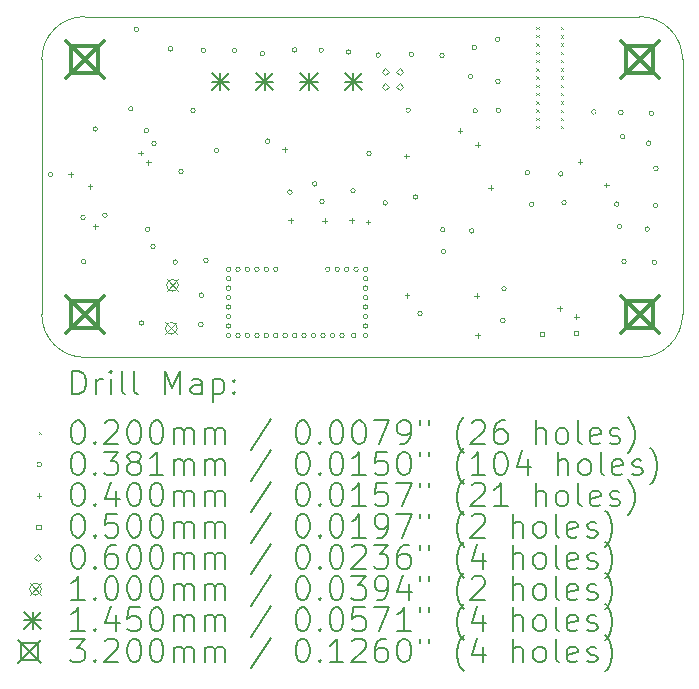
<source format=gbr>
%TF.GenerationSoftware,KiCad,Pcbnew,9.0.6*%
%TF.CreationDate,2026-01-16T18:23:39-05:00*%
%TF.ProjectId,gps_2,6770735f-322e-46b6-9963-61645f706362,AA*%
%TF.SameCoordinates,Original*%
%TF.FileFunction,Drillmap*%
%TF.FilePolarity,Positive*%
%FSLAX45Y45*%
G04 Gerber Fmt 4.5, Leading zero omitted, Abs format (unit mm)*
G04 Created by KiCad (PCBNEW 9.0.6) date 2026-01-16 18:23:39*
%MOMM*%
%LPD*%
G01*
G04 APERTURE LIST*
%ADD10C,0.050000*%
%ADD11C,0.200000*%
%ADD12C,0.100000*%
%ADD13C,0.145000*%
%ADD14C,0.320000*%
G04 APERTURE END LIST*
D10*
X18444088Y-12522200D02*
X18444095Y-10363201D01*
X13018683Y-10363200D02*
G75*
G02*
X13381888Y-9999993I363207J0D01*
G01*
X13018683Y-12522200D02*
X13018683Y-10363200D01*
X13381887Y-12885405D02*
G75*
G02*
X13018685Y-12522200I3J363205D01*
G01*
X13381888Y-10000000D02*
X18079013Y-10000000D01*
X18080888Y-12885405D02*
X13381887Y-12885405D01*
X18444093Y-12522200D02*
G75*
G02*
X18080888Y-12885403I-363203J0D01*
G01*
X18079013Y-10000000D02*
G75*
G02*
X18444095Y-10363200I1877J-363200D01*
G01*
D11*
D12*
X17205400Y-10086000D02*
X17225400Y-10106000D01*
X17225400Y-10086000D02*
X17205400Y-10106000D01*
X17206000Y-10157100D02*
X17226000Y-10177100D01*
X17226000Y-10157100D02*
X17206000Y-10177100D01*
X17206000Y-10227000D02*
X17226000Y-10247000D01*
X17226000Y-10227000D02*
X17206000Y-10247000D01*
X17206000Y-10297000D02*
X17226000Y-10317000D01*
X17226000Y-10297000D02*
X17206000Y-10317000D01*
X17206000Y-10367100D02*
X17226000Y-10387100D01*
X17226000Y-10367100D02*
X17206000Y-10387100D01*
X17206000Y-10437100D02*
X17226000Y-10457100D01*
X17226000Y-10437100D02*
X17206000Y-10457100D01*
X17206000Y-10507000D02*
X17226000Y-10527000D01*
X17226000Y-10507000D02*
X17206000Y-10527000D01*
X17206000Y-10577000D02*
X17226000Y-10597000D01*
X17226000Y-10577000D02*
X17206000Y-10597000D01*
X17206000Y-10647000D02*
X17226000Y-10667000D01*
X17226000Y-10647000D02*
X17206000Y-10667000D01*
X17206000Y-10924000D02*
X17226000Y-10944000D01*
X17226000Y-10924000D02*
X17206000Y-10944000D01*
X17206500Y-10716500D02*
X17226500Y-10736500D01*
X17226500Y-10716500D02*
X17206500Y-10736500D01*
X17206500Y-10786500D02*
X17226500Y-10806500D01*
X17226500Y-10786500D02*
X17206500Y-10806500D01*
X17206500Y-10856500D02*
X17226500Y-10876500D01*
X17226500Y-10856500D02*
X17206500Y-10876500D01*
X17414400Y-10086500D02*
X17434400Y-10106500D01*
X17434400Y-10086500D02*
X17414400Y-10106500D01*
X17414500Y-10924900D02*
X17434500Y-10944900D01*
X17434500Y-10924900D02*
X17414500Y-10944900D01*
X17415000Y-10157600D02*
X17435000Y-10177600D01*
X17435000Y-10157600D02*
X17415000Y-10177600D01*
X17415000Y-10227500D02*
X17435000Y-10247500D01*
X17435000Y-10227500D02*
X17415000Y-10247500D01*
X17415000Y-10297500D02*
X17435000Y-10317500D01*
X17435000Y-10297500D02*
X17415000Y-10317500D01*
X17415000Y-10367600D02*
X17435000Y-10387600D01*
X17435000Y-10367600D02*
X17415000Y-10387600D01*
X17415000Y-10437600D02*
X17435000Y-10457600D01*
X17435000Y-10437600D02*
X17415000Y-10457600D01*
X17415000Y-10507500D02*
X17435000Y-10527500D01*
X17435000Y-10507500D02*
X17415000Y-10527500D01*
X17415000Y-10577500D02*
X17435000Y-10597500D01*
X17435000Y-10577500D02*
X17415000Y-10597500D01*
X17415000Y-10647500D02*
X17435000Y-10667500D01*
X17435000Y-10647500D02*
X17415000Y-10667500D01*
X17415000Y-10717400D02*
X17435000Y-10737400D01*
X17435000Y-10717400D02*
X17415000Y-10737400D01*
X17415000Y-10787400D02*
X17435000Y-10807400D01*
X17435000Y-10787400D02*
X17415000Y-10807400D01*
X17415000Y-10857400D02*
X17435000Y-10877400D01*
X17435000Y-10857400D02*
X17415000Y-10877400D01*
X13111800Y-11337000D02*
G75*
G02*
X13073700Y-11337000I-19050J0D01*
G01*
X13073700Y-11337000D02*
G75*
G02*
X13111800Y-11337000I19050J0D01*
G01*
X13388050Y-11701000D02*
G75*
G02*
X13349950Y-11701000I-19050J0D01*
G01*
X13349950Y-11701000D02*
G75*
G02*
X13388050Y-11701000I19050J0D01*
G01*
X13391588Y-12075300D02*
G75*
G02*
X13353488Y-12075300I-19050J0D01*
G01*
X13353488Y-12075300D02*
G75*
G02*
X13391588Y-12075300I19050J0D01*
G01*
X13491210Y-10952480D02*
G75*
G02*
X13453110Y-10952480I-19050J0D01*
G01*
X13453110Y-10952480D02*
G75*
G02*
X13491210Y-10952480I19050J0D01*
G01*
X13572490Y-11681460D02*
G75*
G02*
X13534390Y-11681460I-19050J0D01*
G01*
X13534390Y-11681460D02*
G75*
G02*
X13572490Y-11681460I19050J0D01*
G01*
X13791550Y-10781000D02*
G75*
G02*
X13753450Y-10781000I-19050J0D01*
G01*
X13753450Y-10781000D02*
G75*
G02*
X13791550Y-10781000I19050J0D01*
G01*
X13839190Y-10109200D02*
G75*
G02*
X13801090Y-10109200I-19050J0D01*
G01*
X13801090Y-10109200D02*
G75*
G02*
X13839190Y-10109200I19050J0D01*
G01*
X13882821Y-12595107D02*
G75*
G02*
X13844721Y-12595107I-19050J0D01*
G01*
X13844721Y-12595107D02*
G75*
G02*
X13882821Y-12595107I19050J0D01*
G01*
X13923050Y-10966000D02*
G75*
G02*
X13884950Y-10966000I-19050J0D01*
G01*
X13884950Y-10966000D02*
G75*
G02*
X13923050Y-10966000I19050J0D01*
G01*
X13934050Y-11800625D02*
G75*
G02*
X13895950Y-11800625I-19050J0D01*
G01*
X13895950Y-11800625D02*
G75*
G02*
X13934050Y-11800625I19050J0D01*
G01*
X13979050Y-11947000D02*
G75*
G02*
X13940950Y-11947000I-19050J0D01*
G01*
X13940950Y-11947000D02*
G75*
G02*
X13979050Y-11947000I19050J0D01*
G01*
X13988925Y-11074298D02*
G75*
G02*
X13950825Y-11074298I-19050J0D01*
G01*
X13950825Y-11074298D02*
G75*
G02*
X13988925Y-11074298I19050J0D01*
G01*
X14127754Y-10273303D02*
G75*
G02*
X14089654Y-10273303I-19050J0D01*
G01*
X14089654Y-10273303D02*
G75*
G02*
X14127754Y-10273303I19050J0D01*
G01*
X14167146Y-12078912D02*
G75*
G02*
X14129046Y-12078912I-19050J0D01*
G01*
X14129046Y-12078912D02*
G75*
G02*
X14167146Y-12078912I19050J0D01*
G01*
X14216050Y-11311250D02*
G75*
G02*
X14177950Y-11311250I-19050J0D01*
G01*
X14177950Y-11311250D02*
G75*
G02*
X14216050Y-11311250I19050J0D01*
G01*
X14319050Y-10795000D02*
G75*
G02*
X14280950Y-10795000I-19050J0D01*
G01*
X14280950Y-10795000D02*
G75*
G02*
X14319050Y-10795000I19050J0D01*
G01*
X14384312Y-12607274D02*
G75*
G02*
X14346212Y-12607274I-19050J0D01*
G01*
X14346212Y-12607274D02*
G75*
G02*
X14384312Y-12607274I19050J0D01*
G01*
X14389697Y-12359144D02*
G75*
G02*
X14351597Y-12359144I-19050J0D01*
G01*
X14351597Y-12359144D02*
G75*
G02*
X14389697Y-12359144I19050J0D01*
G01*
X14405944Y-10286556D02*
G75*
G02*
X14367844Y-10286556I-19050J0D01*
G01*
X14367844Y-10286556D02*
G75*
G02*
X14405944Y-10286556I19050J0D01*
G01*
X14427028Y-12064490D02*
G75*
G02*
X14388928Y-12064490I-19050J0D01*
G01*
X14388928Y-12064490D02*
G75*
G02*
X14427028Y-12064490I19050J0D01*
G01*
X14517370Y-11135360D02*
G75*
G02*
X14479270Y-11135360I-19050J0D01*
G01*
X14479270Y-11135360D02*
G75*
G02*
X14517370Y-11135360I19050J0D01*
G01*
X14619050Y-12140000D02*
G75*
G02*
X14580950Y-12140000I-19050J0D01*
G01*
X14580950Y-12140000D02*
G75*
G02*
X14619050Y-12140000I19050J0D01*
G01*
X14619050Y-12220000D02*
G75*
G02*
X14580950Y-12220000I-19050J0D01*
G01*
X14580950Y-12220000D02*
G75*
G02*
X14619050Y-12220000I19050J0D01*
G01*
X14619050Y-12300000D02*
G75*
G02*
X14580950Y-12300000I-19050J0D01*
G01*
X14580950Y-12300000D02*
G75*
G02*
X14619050Y-12300000I19050J0D01*
G01*
X14619050Y-12380000D02*
G75*
G02*
X14580950Y-12380000I-19050J0D01*
G01*
X14580950Y-12380000D02*
G75*
G02*
X14619050Y-12380000I19050J0D01*
G01*
X14619050Y-12460000D02*
G75*
G02*
X14580950Y-12460000I-19050J0D01*
G01*
X14580950Y-12460000D02*
G75*
G02*
X14619050Y-12460000I19050J0D01*
G01*
X14619050Y-12540000D02*
G75*
G02*
X14580950Y-12540000I-19050J0D01*
G01*
X14580950Y-12540000D02*
G75*
G02*
X14619050Y-12540000I19050J0D01*
G01*
X14619050Y-12620000D02*
G75*
G02*
X14580950Y-12620000I-19050J0D01*
G01*
X14580950Y-12620000D02*
G75*
G02*
X14619050Y-12620000I19050J0D01*
G01*
X14619050Y-12700000D02*
G75*
G02*
X14580950Y-12700000I-19050J0D01*
G01*
X14580950Y-12700000D02*
G75*
G02*
X14619050Y-12700000I19050J0D01*
G01*
X14669910Y-10286708D02*
G75*
G02*
X14631810Y-10286708I-19050J0D01*
G01*
X14631810Y-10286708D02*
G75*
G02*
X14669910Y-10286708I19050J0D01*
G01*
X14699050Y-12140000D02*
G75*
G02*
X14660950Y-12140000I-19050J0D01*
G01*
X14660950Y-12140000D02*
G75*
G02*
X14699050Y-12140000I19050J0D01*
G01*
X14699050Y-12700000D02*
G75*
G02*
X14660950Y-12700000I-19050J0D01*
G01*
X14660950Y-12700000D02*
G75*
G02*
X14699050Y-12700000I19050J0D01*
G01*
X14779050Y-12140000D02*
G75*
G02*
X14740950Y-12140000I-19050J0D01*
G01*
X14740950Y-12140000D02*
G75*
G02*
X14779050Y-12140000I19050J0D01*
G01*
X14779050Y-12700000D02*
G75*
G02*
X14740950Y-12700000I-19050J0D01*
G01*
X14740950Y-12700000D02*
G75*
G02*
X14779050Y-12700000I19050J0D01*
G01*
X14859050Y-12140000D02*
G75*
G02*
X14820950Y-12140000I-19050J0D01*
G01*
X14820950Y-12140000D02*
G75*
G02*
X14859050Y-12140000I19050J0D01*
G01*
X14859050Y-12700000D02*
G75*
G02*
X14820950Y-12700000I-19050J0D01*
G01*
X14820950Y-12700000D02*
G75*
G02*
X14859050Y-12700000I19050J0D01*
G01*
X14905086Y-10315132D02*
G75*
G02*
X14866986Y-10315132I-19050J0D01*
G01*
X14866986Y-10315132D02*
G75*
G02*
X14905086Y-10315132I19050J0D01*
G01*
X14939050Y-12140000D02*
G75*
G02*
X14900950Y-12140000I-19050J0D01*
G01*
X14900950Y-12140000D02*
G75*
G02*
X14939050Y-12140000I19050J0D01*
G01*
X14939050Y-12700000D02*
G75*
G02*
X14900950Y-12700000I-19050J0D01*
G01*
X14900950Y-12700000D02*
G75*
G02*
X14939050Y-12700000I19050J0D01*
G01*
X14949409Y-11055714D02*
G75*
G02*
X14911309Y-11055714I-19050J0D01*
G01*
X14911309Y-11055714D02*
G75*
G02*
X14949409Y-11055714I19050J0D01*
G01*
X15019050Y-12140000D02*
G75*
G02*
X14980950Y-12140000I-19050J0D01*
G01*
X14980950Y-12140000D02*
G75*
G02*
X15019050Y-12140000I19050J0D01*
G01*
X15019050Y-12700000D02*
G75*
G02*
X14980950Y-12700000I-19050J0D01*
G01*
X14980950Y-12700000D02*
G75*
G02*
X15019050Y-12700000I19050J0D01*
G01*
X15099050Y-12700000D02*
G75*
G02*
X15060950Y-12700000I-19050J0D01*
G01*
X15060950Y-12700000D02*
G75*
G02*
X15099050Y-12700000I19050J0D01*
G01*
X15139050Y-11486080D02*
G75*
G02*
X15100950Y-11486080I-19050J0D01*
G01*
X15100950Y-11486080D02*
G75*
G02*
X15139050Y-11486080I19050J0D01*
G01*
X15178003Y-10282429D02*
G75*
G02*
X15139903Y-10282429I-19050J0D01*
G01*
X15139903Y-10282429D02*
G75*
G02*
X15178003Y-10282429I19050J0D01*
G01*
X15179050Y-12700000D02*
G75*
G02*
X15140950Y-12700000I-19050J0D01*
G01*
X15140950Y-12700000D02*
G75*
G02*
X15179050Y-12700000I19050J0D01*
G01*
X15259050Y-12700000D02*
G75*
G02*
X15220950Y-12700000I-19050J0D01*
G01*
X15220950Y-12700000D02*
G75*
G02*
X15259050Y-12700000I19050J0D01*
G01*
X15339050Y-12700000D02*
G75*
G02*
X15300950Y-12700000I-19050J0D01*
G01*
X15300950Y-12700000D02*
G75*
G02*
X15339050Y-12700000I19050J0D01*
G01*
X15348050Y-11417000D02*
G75*
G02*
X15309950Y-11417000I-19050J0D01*
G01*
X15309950Y-11417000D02*
G75*
G02*
X15348050Y-11417000I19050J0D01*
G01*
X15403645Y-10284762D02*
G75*
G02*
X15365545Y-10284762I-19050J0D01*
G01*
X15365545Y-10284762D02*
G75*
G02*
X15403645Y-10284762I19050J0D01*
G01*
X15409998Y-11566061D02*
G75*
G02*
X15371898Y-11566061I-19050J0D01*
G01*
X15371898Y-11566061D02*
G75*
G02*
X15409998Y-11566061I19050J0D01*
G01*
X15419050Y-12700000D02*
G75*
G02*
X15380950Y-12700000I-19050J0D01*
G01*
X15380950Y-12700000D02*
G75*
G02*
X15419050Y-12700000I19050J0D01*
G01*
X15459050Y-12140000D02*
G75*
G02*
X15420950Y-12140000I-19050J0D01*
G01*
X15420950Y-12140000D02*
G75*
G02*
X15459050Y-12140000I19050J0D01*
G01*
X15499050Y-12700000D02*
G75*
G02*
X15460950Y-12700000I-19050J0D01*
G01*
X15460950Y-12700000D02*
G75*
G02*
X15499050Y-12700000I19050J0D01*
G01*
X15539050Y-12140000D02*
G75*
G02*
X15500950Y-12140000I-19050J0D01*
G01*
X15500950Y-12140000D02*
G75*
G02*
X15539050Y-12140000I19050J0D01*
G01*
X15579050Y-12700000D02*
G75*
G02*
X15540950Y-12700000I-19050J0D01*
G01*
X15540950Y-12700000D02*
G75*
G02*
X15579050Y-12700000I19050J0D01*
G01*
X15619050Y-12140000D02*
G75*
G02*
X15580950Y-12140000I-19050J0D01*
G01*
X15580950Y-12140000D02*
G75*
G02*
X15619050Y-12140000I19050J0D01*
G01*
X15635391Y-10300068D02*
G75*
G02*
X15597291Y-10300068I-19050J0D01*
G01*
X15597291Y-10300068D02*
G75*
G02*
X15635391Y-10300068I19050J0D01*
G01*
X15673070Y-11475720D02*
G75*
G02*
X15634970Y-11475720I-19050J0D01*
G01*
X15634970Y-11475720D02*
G75*
G02*
X15673070Y-11475720I19050J0D01*
G01*
X15679050Y-12700000D02*
G75*
G02*
X15640950Y-12700000I-19050J0D01*
G01*
X15640950Y-12700000D02*
G75*
G02*
X15679050Y-12700000I19050J0D01*
G01*
X15699050Y-12140000D02*
G75*
G02*
X15660950Y-12140000I-19050J0D01*
G01*
X15660950Y-12140000D02*
G75*
G02*
X15699050Y-12140000I19050J0D01*
G01*
X15779050Y-12140000D02*
G75*
G02*
X15740950Y-12140000I-19050J0D01*
G01*
X15740950Y-12140000D02*
G75*
G02*
X15779050Y-12140000I19050J0D01*
G01*
X15779050Y-12220000D02*
G75*
G02*
X15740950Y-12220000I-19050J0D01*
G01*
X15740950Y-12220000D02*
G75*
G02*
X15779050Y-12220000I19050J0D01*
G01*
X15779050Y-12300000D02*
G75*
G02*
X15740950Y-12300000I-19050J0D01*
G01*
X15740950Y-12300000D02*
G75*
G02*
X15779050Y-12300000I19050J0D01*
G01*
X15779050Y-12380000D02*
G75*
G02*
X15740950Y-12380000I-19050J0D01*
G01*
X15740950Y-12380000D02*
G75*
G02*
X15779050Y-12380000I19050J0D01*
G01*
X15779050Y-12460000D02*
G75*
G02*
X15740950Y-12460000I-19050J0D01*
G01*
X15740950Y-12460000D02*
G75*
G02*
X15779050Y-12460000I19050J0D01*
G01*
X15779050Y-12540000D02*
G75*
G02*
X15740950Y-12540000I-19050J0D01*
G01*
X15740950Y-12540000D02*
G75*
G02*
X15779050Y-12540000I19050J0D01*
G01*
X15779050Y-12620000D02*
G75*
G02*
X15740950Y-12620000I-19050J0D01*
G01*
X15740950Y-12620000D02*
G75*
G02*
X15779050Y-12620000I19050J0D01*
G01*
X15779050Y-12700000D02*
G75*
G02*
X15740950Y-12700000I-19050J0D01*
G01*
X15740950Y-12700000D02*
G75*
G02*
X15779050Y-12700000I19050J0D01*
G01*
X15807690Y-11160760D02*
G75*
G02*
X15769590Y-11160760I-19050J0D01*
G01*
X15769590Y-11160760D02*
G75*
G02*
X15807690Y-11160760I19050J0D01*
G01*
X15887115Y-10327142D02*
G75*
G02*
X15849015Y-10327142I-19050J0D01*
G01*
X15849015Y-10327142D02*
G75*
G02*
X15887115Y-10327142I19050J0D01*
G01*
X15945907Y-11578465D02*
G75*
G02*
X15907807Y-11578465I-19050J0D01*
G01*
X15907807Y-11578465D02*
G75*
G02*
X15945907Y-11578465I19050J0D01*
G01*
X16139733Y-10793177D02*
G75*
G02*
X16101633Y-10793177I-19050J0D01*
G01*
X16101633Y-10793177D02*
G75*
G02*
X16139733Y-10793177I19050J0D01*
G01*
X16166847Y-10320119D02*
G75*
G02*
X16128747Y-10320119I-19050J0D01*
G01*
X16128747Y-10320119D02*
G75*
G02*
X16166847Y-10320119I19050J0D01*
G01*
X16201428Y-11528542D02*
G75*
G02*
X16163328Y-11528542I-19050J0D01*
G01*
X16163328Y-11528542D02*
G75*
G02*
X16201428Y-11528542I19050J0D01*
G01*
X16239050Y-12514000D02*
G75*
G02*
X16200950Y-12514000I-19050J0D01*
G01*
X16200950Y-12514000D02*
G75*
G02*
X16239050Y-12514000I19050J0D01*
G01*
X16427273Y-10328999D02*
G75*
G02*
X16389173Y-10328999I-19050J0D01*
G01*
X16389173Y-10328999D02*
G75*
G02*
X16427273Y-10328999I19050J0D01*
G01*
X16433036Y-11804502D02*
G75*
G02*
X16394936Y-11804502I-19050J0D01*
G01*
X16394936Y-11804502D02*
G75*
G02*
X16433036Y-11804502I19050J0D01*
G01*
X16439050Y-11990000D02*
G75*
G02*
X16400950Y-11990000I-19050J0D01*
G01*
X16400950Y-11990000D02*
G75*
G02*
X16439050Y-11990000I19050J0D01*
G01*
X16668328Y-10507612D02*
G75*
G02*
X16630228Y-10507612I-19050J0D01*
G01*
X16630228Y-10507612D02*
G75*
G02*
X16668328Y-10507612I19050J0D01*
G01*
X16677058Y-11814621D02*
G75*
G02*
X16638958Y-11814621I-19050J0D01*
G01*
X16638958Y-11814621D02*
G75*
G02*
X16677058Y-11814621I19050J0D01*
G01*
X16700682Y-10262067D02*
G75*
G02*
X16662582Y-10262067I-19050J0D01*
G01*
X16662582Y-10262067D02*
G75*
G02*
X16700682Y-10262067I19050J0D01*
G01*
X16706924Y-10798314D02*
G75*
G02*
X16668824Y-10798314I-19050J0D01*
G01*
X16668824Y-10798314D02*
G75*
G02*
X16706924Y-10798314I19050J0D01*
G01*
X16897050Y-10194000D02*
G75*
G02*
X16858950Y-10194000I-19050J0D01*
G01*
X16858950Y-10194000D02*
G75*
G02*
X16897050Y-10194000I19050J0D01*
G01*
X16899374Y-10549347D02*
G75*
G02*
X16861274Y-10549347I-19050J0D01*
G01*
X16861274Y-10549347D02*
G75*
G02*
X16899374Y-10549347I19050J0D01*
G01*
X16904008Y-10794293D02*
G75*
G02*
X16865908Y-10794293I-19050J0D01*
G01*
X16865908Y-10794293D02*
G75*
G02*
X16904008Y-10794293I19050J0D01*
G01*
X16941155Y-12573169D02*
G75*
G02*
X16903055Y-12573169I-19050J0D01*
G01*
X16903055Y-12573169D02*
G75*
G02*
X16941155Y-12573169I19050J0D01*
G01*
X16951653Y-12304849D02*
G75*
G02*
X16913553Y-12304849I-19050J0D01*
G01*
X16913553Y-12304849D02*
G75*
G02*
X16951653Y-12304849I19050J0D01*
G01*
X17149692Y-11321456D02*
G75*
G02*
X17111592Y-11321456I-19050J0D01*
G01*
X17111592Y-11321456D02*
G75*
G02*
X17149692Y-11321456I19050J0D01*
G01*
X17184757Y-11590188D02*
G75*
G02*
X17146657Y-11590188I-19050J0D01*
G01*
X17146657Y-11590188D02*
G75*
G02*
X17184757Y-11590188I19050J0D01*
G01*
X17432213Y-11332376D02*
G75*
G02*
X17394113Y-11332376I-19050J0D01*
G01*
X17394113Y-11332376D02*
G75*
G02*
X17432213Y-11332376I19050J0D01*
G01*
X17459795Y-11576288D02*
G75*
G02*
X17421695Y-11576288I-19050J0D01*
G01*
X17421695Y-11576288D02*
G75*
G02*
X17459795Y-11576288I19050J0D01*
G01*
X17712786Y-10807907D02*
G75*
G02*
X17674686Y-10807907I-19050J0D01*
G01*
X17674686Y-10807907D02*
G75*
G02*
X17712786Y-10807907I19050J0D01*
G01*
X17905049Y-11588303D02*
G75*
G02*
X17866949Y-11588303I-19050J0D01*
G01*
X17866949Y-11588303D02*
G75*
G02*
X17905049Y-11588303I19050J0D01*
G01*
X17929075Y-11777627D02*
G75*
G02*
X17890975Y-11777627I-19050J0D01*
G01*
X17890975Y-11777627D02*
G75*
G02*
X17929075Y-11777627I19050J0D01*
G01*
X17940159Y-10812479D02*
G75*
G02*
X17902059Y-10812479I-19050J0D01*
G01*
X17902059Y-10812479D02*
G75*
G02*
X17940159Y-10812479I19050J0D01*
G01*
X17956678Y-11016605D02*
G75*
G02*
X17918578Y-11016605I-19050J0D01*
G01*
X17918578Y-11016605D02*
G75*
G02*
X17956678Y-11016605I19050J0D01*
G01*
X17968010Y-12075187D02*
G75*
G02*
X17929910Y-12075187I-19050J0D01*
G01*
X17929910Y-12075187D02*
G75*
G02*
X17968010Y-12075187I19050J0D01*
G01*
X18164604Y-11800267D02*
G75*
G02*
X18126504Y-11800267I-19050J0D01*
G01*
X18126504Y-11800267D02*
G75*
G02*
X18164604Y-11800267I19050J0D01*
G01*
X18175667Y-11072447D02*
G75*
G02*
X18137567Y-11072447I-19050J0D01*
G01*
X18137567Y-11072447D02*
G75*
G02*
X18175667Y-11072447I19050J0D01*
G01*
X18199527Y-10818936D02*
G75*
G02*
X18161427Y-10818936I-19050J0D01*
G01*
X18161427Y-10818936D02*
G75*
G02*
X18199527Y-10818936I19050J0D01*
G01*
X18223880Y-12080521D02*
G75*
G02*
X18185780Y-12080521I-19050J0D01*
G01*
X18185780Y-12080521D02*
G75*
G02*
X18223880Y-12080521I19050J0D01*
G01*
X18234208Y-11598458D02*
G75*
G02*
X18196108Y-11598458I-19050J0D01*
G01*
X18196108Y-11598458D02*
G75*
G02*
X18234208Y-11598458I19050J0D01*
G01*
X18236882Y-11286671D02*
G75*
G02*
X18198782Y-11286671I-19050J0D01*
G01*
X18198782Y-11286671D02*
G75*
G02*
X18236882Y-11286671I19050J0D01*
G01*
X13264500Y-11316500D02*
X13264500Y-11356500D01*
X13244500Y-11336500D02*
X13284500Y-11336500D01*
X13426000Y-11417000D02*
X13426000Y-11457000D01*
X13406000Y-11437000D02*
X13446000Y-11437000D01*
X13473000Y-11756000D02*
X13473000Y-11796000D01*
X13453000Y-11776000D02*
X13493000Y-11776000D01*
X13857162Y-11136486D02*
X13857162Y-11176486D01*
X13837162Y-11156486D02*
X13877162Y-11156486D01*
X13921000Y-11215000D02*
X13921000Y-11255000D01*
X13901000Y-11235000D02*
X13941000Y-11235000D01*
X15074900Y-11105200D02*
X15074900Y-11145200D01*
X15054900Y-11125200D02*
X15094900Y-11125200D01*
X15125000Y-11705000D02*
X15125000Y-11745000D01*
X15105000Y-11725000D02*
X15145000Y-11725000D01*
X15415000Y-11710000D02*
X15415000Y-11750000D01*
X15395000Y-11730000D02*
X15435000Y-11730000D01*
X15643000Y-11706000D02*
X15643000Y-11746000D01*
X15623000Y-11726000D02*
X15663000Y-11726000D01*
X15780000Y-11720000D02*
X15780000Y-11760000D01*
X15760000Y-11740000D02*
X15800000Y-11740000D01*
X16106000Y-11161000D02*
X16106000Y-11201000D01*
X16086000Y-11181000D02*
X16126000Y-11181000D01*
X16110000Y-12340000D02*
X16110000Y-12380000D01*
X16090000Y-12360000D02*
X16130000Y-12360000D01*
X16560000Y-10946000D02*
X16560000Y-10986000D01*
X16540000Y-10966000D02*
X16580000Y-10966000D01*
X16700000Y-12342000D02*
X16700000Y-12382000D01*
X16680000Y-12362000D02*
X16720000Y-12362000D01*
X16710000Y-11065000D02*
X16710000Y-11105000D01*
X16690000Y-11085000D02*
X16730000Y-11085000D01*
X16710000Y-12680000D02*
X16710000Y-12720000D01*
X16690000Y-12700000D02*
X16730000Y-12700000D01*
X16819000Y-11429000D02*
X16819000Y-11469000D01*
X16799000Y-11449000D02*
X16839000Y-11449000D01*
X17402500Y-12450000D02*
X17402500Y-12490000D01*
X17382500Y-12470000D02*
X17422500Y-12470000D01*
X17544000Y-12520260D02*
X17544000Y-12560260D01*
X17524000Y-12540260D02*
X17564000Y-12540260D01*
X17575000Y-11210000D02*
X17575000Y-11250000D01*
X17555000Y-11230000D02*
X17595000Y-11230000D01*
X17798000Y-11407000D02*
X17798000Y-11447000D01*
X17778000Y-11427000D02*
X17818000Y-11427000D01*
X17269678Y-12702678D02*
X17269678Y-12667322D01*
X17234322Y-12667322D01*
X17234322Y-12702678D01*
X17269678Y-12702678D01*
X17559678Y-12699678D02*
X17559678Y-12664322D01*
X17524322Y-12664322D01*
X17524322Y-12699678D01*
X17559678Y-12699678D01*
X15926000Y-10499000D02*
X15956000Y-10469000D01*
X15926000Y-10439000D01*
X15896000Y-10469000D01*
X15926000Y-10499000D01*
X15926000Y-10624000D02*
X15956000Y-10594000D01*
X15926000Y-10564000D01*
X15896000Y-10594000D01*
X15926000Y-10624000D01*
X16051000Y-10499000D02*
X16081000Y-10469000D01*
X16051000Y-10439000D01*
X16021000Y-10469000D01*
X16051000Y-10499000D01*
X16051000Y-10624000D02*
X16081000Y-10594000D01*
X16051000Y-10564000D01*
X16021000Y-10594000D01*
X16051000Y-10624000D01*
X14066000Y-12589000D02*
X14166000Y-12689000D01*
X14166000Y-12589000D02*
X14066000Y-12689000D01*
X14166000Y-12639000D02*
G75*
G02*
X14066000Y-12639000I-50000J0D01*
G01*
X14066000Y-12639000D02*
G75*
G02*
X14166000Y-12639000I50000J0D01*
G01*
X14075000Y-12225000D02*
X14175000Y-12325000D01*
X14175000Y-12225000D02*
X14075000Y-12325000D01*
X14175000Y-12275000D02*
G75*
G02*
X14075000Y-12275000I-50000J0D01*
G01*
X14075000Y-12275000D02*
G75*
G02*
X14175000Y-12275000I50000J0D01*
G01*
D13*
X14458500Y-10479500D02*
X14603500Y-10624500D01*
X14603500Y-10479500D02*
X14458500Y-10624500D01*
X14531000Y-10479500D02*
X14531000Y-10624500D01*
X14458500Y-10552000D02*
X14603500Y-10552000D01*
X14833500Y-10479500D02*
X14978500Y-10624500D01*
X14978500Y-10479500D02*
X14833500Y-10624500D01*
X14906000Y-10479500D02*
X14906000Y-10624500D01*
X14833500Y-10552000D02*
X14978500Y-10552000D01*
X15208500Y-10479500D02*
X15353500Y-10624500D01*
X15353500Y-10479500D02*
X15208500Y-10624500D01*
X15281000Y-10479500D02*
X15281000Y-10624500D01*
X15208500Y-10552000D02*
X15353500Y-10552000D01*
X15583500Y-10479500D02*
X15728500Y-10624500D01*
X15728500Y-10479500D02*
X15583500Y-10624500D01*
X15656000Y-10479500D02*
X15656000Y-10624500D01*
X15583500Y-10552000D02*
X15728500Y-10552000D01*
D14*
X13221888Y-10203200D02*
X13541888Y-10523200D01*
X13541888Y-10203200D02*
X13221888Y-10523200D01*
X13495026Y-10476338D02*
X13495026Y-10250062D01*
X13268749Y-10250062D01*
X13268749Y-10476338D01*
X13495026Y-10476338D01*
X13221888Y-12362200D02*
X13541888Y-12682200D01*
X13541888Y-12362200D02*
X13221888Y-12682200D01*
X13495026Y-12635338D02*
X13495026Y-12409062D01*
X13268749Y-12409062D01*
X13268749Y-12635338D01*
X13495026Y-12635338D01*
X17920888Y-10203200D02*
X18240888Y-10523200D01*
X18240888Y-10203200D02*
X17920888Y-10523200D01*
X18194026Y-10476338D02*
X18194026Y-10250062D01*
X17967750Y-10250062D01*
X17967750Y-10476338D01*
X18194026Y-10476338D01*
X17920888Y-12362200D02*
X18240888Y-12682200D01*
X18240888Y-12362200D02*
X17920888Y-12682200D01*
X18194026Y-12635338D02*
X18194026Y-12409062D01*
X17967750Y-12409062D01*
X17967750Y-12635338D01*
X18194026Y-12635338D01*
D11*
X13276959Y-13199389D02*
X13276959Y-12999389D01*
X13276959Y-12999389D02*
X13324578Y-12999389D01*
X13324578Y-12999389D02*
X13353150Y-13008913D01*
X13353150Y-13008913D02*
X13372197Y-13027960D01*
X13372197Y-13027960D02*
X13381721Y-13047008D01*
X13381721Y-13047008D02*
X13391245Y-13085103D01*
X13391245Y-13085103D02*
X13391245Y-13113675D01*
X13391245Y-13113675D02*
X13381721Y-13151770D01*
X13381721Y-13151770D02*
X13372197Y-13170817D01*
X13372197Y-13170817D02*
X13353150Y-13189865D01*
X13353150Y-13189865D02*
X13324578Y-13199389D01*
X13324578Y-13199389D02*
X13276959Y-13199389D01*
X13476959Y-13199389D02*
X13476959Y-13066055D01*
X13476959Y-13104151D02*
X13486483Y-13085103D01*
X13486483Y-13085103D02*
X13496007Y-13075579D01*
X13496007Y-13075579D02*
X13515055Y-13066055D01*
X13515055Y-13066055D02*
X13534102Y-13066055D01*
X13600769Y-13199389D02*
X13600769Y-13066055D01*
X13600769Y-12999389D02*
X13591245Y-13008913D01*
X13591245Y-13008913D02*
X13600769Y-13018436D01*
X13600769Y-13018436D02*
X13610293Y-13008913D01*
X13610293Y-13008913D02*
X13600769Y-12999389D01*
X13600769Y-12999389D02*
X13600769Y-13018436D01*
X13724578Y-13199389D02*
X13705531Y-13189865D01*
X13705531Y-13189865D02*
X13696007Y-13170817D01*
X13696007Y-13170817D02*
X13696007Y-12999389D01*
X13829340Y-13199389D02*
X13810293Y-13189865D01*
X13810293Y-13189865D02*
X13800769Y-13170817D01*
X13800769Y-13170817D02*
X13800769Y-12999389D01*
X14057912Y-13199389D02*
X14057912Y-12999389D01*
X14057912Y-12999389D02*
X14124578Y-13142246D01*
X14124578Y-13142246D02*
X14191245Y-12999389D01*
X14191245Y-12999389D02*
X14191245Y-13199389D01*
X14372197Y-13199389D02*
X14372197Y-13094627D01*
X14372197Y-13094627D02*
X14362674Y-13075579D01*
X14362674Y-13075579D02*
X14343626Y-13066055D01*
X14343626Y-13066055D02*
X14305531Y-13066055D01*
X14305531Y-13066055D02*
X14286483Y-13075579D01*
X14372197Y-13189865D02*
X14353150Y-13199389D01*
X14353150Y-13199389D02*
X14305531Y-13199389D01*
X14305531Y-13199389D02*
X14286483Y-13189865D01*
X14286483Y-13189865D02*
X14276959Y-13170817D01*
X14276959Y-13170817D02*
X14276959Y-13151770D01*
X14276959Y-13151770D02*
X14286483Y-13132722D01*
X14286483Y-13132722D02*
X14305531Y-13123198D01*
X14305531Y-13123198D02*
X14353150Y-13123198D01*
X14353150Y-13123198D02*
X14372197Y-13113675D01*
X14467436Y-13066055D02*
X14467436Y-13266055D01*
X14467436Y-13075579D02*
X14486483Y-13066055D01*
X14486483Y-13066055D02*
X14524578Y-13066055D01*
X14524578Y-13066055D02*
X14543626Y-13075579D01*
X14543626Y-13075579D02*
X14553150Y-13085103D01*
X14553150Y-13085103D02*
X14562674Y-13104151D01*
X14562674Y-13104151D02*
X14562674Y-13161294D01*
X14562674Y-13161294D02*
X14553150Y-13180341D01*
X14553150Y-13180341D02*
X14543626Y-13189865D01*
X14543626Y-13189865D02*
X14524578Y-13199389D01*
X14524578Y-13199389D02*
X14486483Y-13199389D01*
X14486483Y-13199389D02*
X14467436Y-13189865D01*
X14648388Y-13180341D02*
X14657912Y-13189865D01*
X14657912Y-13189865D02*
X14648388Y-13199389D01*
X14648388Y-13199389D02*
X14638864Y-13189865D01*
X14638864Y-13189865D02*
X14648388Y-13180341D01*
X14648388Y-13180341D02*
X14648388Y-13199389D01*
X14648388Y-13075579D02*
X14657912Y-13085103D01*
X14657912Y-13085103D02*
X14648388Y-13094627D01*
X14648388Y-13094627D02*
X14638864Y-13085103D01*
X14638864Y-13085103D02*
X14648388Y-13075579D01*
X14648388Y-13075579D02*
X14648388Y-13094627D01*
D12*
X12996183Y-13517905D02*
X13016183Y-13537905D01*
X13016183Y-13517905D02*
X12996183Y-13537905D01*
D11*
X13315055Y-13419389D02*
X13334102Y-13419389D01*
X13334102Y-13419389D02*
X13353150Y-13428913D01*
X13353150Y-13428913D02*
X13362674Y-13438436D01*
X13362674Y-13438436D02*
X13372197Y-13457484D01*
X13372197Y-13457484D02*
X13381721Y-13495579D01*
X13381721Y-13495579D02*
X13381721Y-13543198D01*
X13381721Y-13543198D02*
X13372197Y-13581294D01*
X13372197Y-13581294D02*
X13362674Y-13600341D01*
X13362674Y-13600341D02*
X13353150Y-13609865D01*
X13353150Y-13609865D02*
X13334102Y-13619389D01*
X13334102Y-13619389D02*
X13315055Y-13619389D01*
X13315055Y-13619389D02*
X13296007Y-13609865D01*
X13296007Y-13609865D02*
X13286483Y-13600341D01*
X13286483Y-13600341D02*
X13276959Y-13581294D01*
X13276959Y-13581294D02*
X13267436Y-13543198D01*
X13267436Y-13543198D02*
X13267436Y-13495579D01*
X13267436Y-13495579D02*
X13276959Y-13457484D01*
X13276959Y-13457484D02*
X13286483Y-13438436D01*
X13286483Y-13438436D02*
X13296007Y-13428913D01*
X13296007Y-13428913D02*
X13315055Y-13419389D01*
X13467436Y-13600341D02*
X13476959Y-13609865D01*
X13476959Y-13609865D02*
X13467436Y-13619389D01*
X13467436Y-13619389D02*
X13457912Y-13609865D01*
X13457912Y-13609865D02*
X13467436Y-13600341D01*
X13467436Y-13600341D02*
X13467436Y-13619389D01*
X13553150Y-13438436D02*
X13562674Y-13428913D01*
X13562674Y-13428913D02*
X13581721Y-13419389D01*
X13581721Y-13419389D02*
X13629340Y-13419389D01*
X13629340Y-13419389D02*
X13648388Y-13428913D01*
X13648388Y-13428913D02*
X13657912Y-13438436D01*
X13657912Y-13438436D02*
X13667436Y-13457484D01*
X13667436Y-13457484D02*
X13667436Y-13476532D01*
X13667436Y-13476532D02*
X13657912Y-13505103D01*
X13657912Y-13505103D02*
X13543626Y-13619389D01*
X13543626Y-13619389D02*
X13667436Y-13619389D01*
X13791245Y-13419389D02*
X13810293Y-13419389D01*
X13810293Y-13419389D02*
X13829340Y-13428913D01*
X13829340Y-13428913D02*
X13838864Y-13438436D01*
X13838864Y-13438436D02*
X13848388Y-13457484D01*
X13848388Y-13457484D02*
X13857912Y-13495579D01*
X13857912Y-13495579D02*
X13857912Y-13543198D01*
X13857912Y-13543198D02*
X13848388Y-13581294D01*
X13848388Y-13581294D02*
X13838864Y-13600341D01*
X13838864Y-13600341D02*
X13829340Y-13609865D01*
X13829340Y-13609865D02*
X13810293Y-13619389D01*
X13810293Y-13619389D02*
X13791245Y-13619389D01*
X13791245Y-13619389D02*
X13772197Y-13609865D01*
X13772197Y-13609865D02*
X13762674Y-13600341D01*
X13762674Y-13600341D02*
X13753150Y-13581294D01*
X13753150Y-13581294D02*
X13743626Y-13543198D01*
X13743626Y-13543198D02*
X13743626Y-13495579D01*
X13743626Y-13495579D02*
X13753150Y-13457484D01*
X13753150Y-13457484D02*
X13762674Y-13438436D01*
X13762674Y-13438436D02*
X13772197Y-13428913D01*
X13772197Y-13428913D02*
X13791245Y-13419389D01*
X13981721Y-13419389D02*
X14000769Y-13419389D01*
X14000769Y-13419389D02*
X14019817Y-13428913D01*
X14019817Y-13428913D02*
X14029340Y-13438436D01*
X14029340Y-13438436D02*
X14038864Y-13457484D01*
X14038864Y-13457484D02*
X14048388Y-13495579D01*
X14048388Y-13495579D02*
X14048388Y-13543198D01*
X14048388Y-13543198D02*
X14038864Y-13581294D01*
X14038864Y-13581294D02*
X14029340Y-13600341D01*
X14029340Y-13600341D02*
X14019817Y-13609865D01*
X14019817Y-13609865D02*
X14000769Y-13619389D01*
X14000769Y-13619389D02*
X13981721Y-13619389D01*
X13981721Y-13619389D02*
X13962674Y-13609865D01*
X13962674Y-13609865D02*
X13953150Y-13600341D01*
X13953150Y-13600341D02*
X13943626Y-13581294D01*
X13943626Y-13581294D02*
X13934102Y-13543198D01*
X13934102Y-13543198D02*
X13934102Y-13495579D01*
X13934102Y-13495579D02*
X13943626Y-13457484D01*
X13943626Y-13457484D02*
X13953150Y-13438436D01*
X13953150Y-13438436D02*
X13962674Y-13428913D01*
X13962674Y-13428913D02*
X13981721Y-13419389D01*
X14134102Y-13619389D02*
X14134102Y-13486055D01*
X14134102Y-13505103D02*
X14143626Y-13495579D01*
X14143626Y-13495579D02*
X14162674Y-13486055D01*
X14162674Y-13486055D02*
X14191245Y-13486055D01*
X14191245Y-13486055D02*
X14210293Y-13495579D01*
X14210293Y-13495579D02*
X14219817Y-13514627D01*
X14219817Y-13514627D02*
X14219817Y-13619389D01*
X14219817Y-13514627D02*
X14229340Y-13495579D01*
X14229340Y-13495579D02*
X14248388Y-13486055D01*
X14248388Y-13486055D02*
X14276959Y-13486055D01*
X14276959Y-13486055D02*
X14296007Y-13495579D01*
X14296007Y-13495579D02*
X14305531Y-13514627D01*
X14305531Y-13514627D02*
X14305531Y-13619389D01*
X14400769Y-13619389D02*
X14400769Y-13486055D01*
X14400769Y-13505103D02*
X14410293Y-13495579D01*
X14410293Y-13495579D02*
X14429340Y-13486055D01*
X14429340Y-13486055D02*
X14457912Y-13486055D01*
X14457912Y-13486055D02*
X14476959Y-13495579D01*
X14476959Y-13495579D02*
X14486483Y-13514627D01*
X14486483Y-13514627D02*
X14486483Y-13619389D01*
X14486483Y-13514627D02*
X14496007Y-13495579D01*
X14496007Y-13495579D02*
X14515055Y-13486055D01*
X14515055Y-13486055D02*
X14543626Y-13486055D01*
X14543626Y-13486055D02*
X14562674Y-13495579D01*
X14562674Y-13495579D02*
X14572198Y-13514627D01*
X14572198Y-13514627D02*
X14572198Y-13619389D01*
X14962674Y-13409865D02*
X14791245Y-13667008D01*
X15219817Y-13419389D02*
X15238864Y-13419389D01*
X15238864Y-13419389D02*
X15257912Y-13428913D01*
X15257912Y-13428913D02*
X15267436Y-13438436D01*
X15267436Y-13438436D02*
X15276960Y-13457484D01*
X15276960Y-13457484D02*
X15286483Y-13495579D01*
X15286483Y-13495579D02*
X15286483Y-13543198D01*
X15286483Y-13543198D02*
X15276960Y-13581294D01*
X15276960Y-13581294D02*
X15267436Y-13600341D01*
X15267436Y-13600341D02*
X15257912Y-13609865D01*
X15257912Y-13609865D02*
X15238864Y-13619389D01*
X15238864Y-13619389D02*
X15219817Y-13619389D01*
X15219817Y-13619389D02*
X15200769Y-13609865D01*
X15200769Y-13609865D02*
X15191245Y-13600341D01*
X15191245Y-13600341D02*
X15181721Y-13581294D01*
X15181721Y-13581294D02*
X15172198Y-13543198D01*
X15172198Y-13543198D02*
X15172198Y-13495579D01*
X15172198Y-13495579D02*
X15181721Y-13457484D01*
X15181721Y-13457484D02*
X15191245Y-13438436D01*
X15191245Y-13438436D02*
X15200769Y-13428913D01*
X15200769Y-13428913D02*
X15219817Y-13419389D01*
X15372198Y-13600341D02*
X15381721Y-13609865D01*
X15381721Y-13609865D02*
X15372198Y-13619389D01*
X15372198Y-13619389D02*
X15362674Y-13609865D01*
X15362674Y-13609865D02*
X15372198Y-13600341D01*
X15372198Y-13600341D02*
X15372198Y-13619389D01*
X15505531Y-13419389D02*
X15524579Y-13419389D01*
X15524579Y-13419389D02*
X15543626Y-13428913D01*
X15543626Y-13428913D02*
X15553150Y-13438436D01*
X15553150Y-13438436D02*
X15562674Y-13457484D01*
X15562674Y-13457484D02*
X15572198Y-13495579D01*
X15572198Y-13495579D02*
X15572198Y-13543198D01*
X15572198Y-13543198D02*
X15562674Y-13581294D01*
X15562674Y-13581294D02*
X15553150Y-13600341D01*
X15553150Y-13600341D02*
X15543626Y-13609865D01*
X15543626Y-13609865D02*
X15524579Y-13619389D01*
X15524579Y-13619389D02*
X15505531Y-13619389D01*
X15505531Y-13619389D02*
X15486483Y-13609865D01*
X15486483Y-13609865D02*
X15476960Y-13600341D01*
X15476960Y-13600341D02*
X15467436Y-13581294D01*
X15467436Y-13581294D02*
X15457912Y-13543198D01*
X15457912Y-13543198D02*
X15457912Y-13495579D01*
X15457912Y-13495579D02*
X15467436Y-13457484D01*
X15467436Y-13457484D02*
X15476960Y-13438436D01*
X15476960Y-13438436D02*
X15486483Y-13428913D01*
X15486483Y-13428913D02*
X15505531Y-13419389D01*
X15696007Y-13419389D02*
X15715055Y-13419389D01*
X15715055Y-13419389D02*
X15734102Y-13428913D01*
X15734102Y-13428913D02*
X15743626Y-13438436D01*
X15743626Y-13438436D02*
X15753150Y-13457484D01*
X15753150Y-13457484D02*
X15762674Y-13495579D01*
X15762674Y-13495579D02*
X15762674Y-13543198D01*
X15762674Y-13543198D02*
X15753150Y-13581294D01*
X15753150Y-13581294D02*
X15743626Y-13600341D01*
X15743626Y-13600341D02*
X15734102Y-13609865D01*
X15734102Y-13609865D02*
X15715055Y-13619389D01*
X15715055Y-13619389D02*
X15696007Y-13619389D01*
X15696007Y-13619389D02*
X15676960Y-13609865D01*
X15676960Y-13609865D02*
X15667436Y-13600341D01*
X15667436Y-13600341D02*
X15657912Y-13581294D01*
X15657912Y-13581294D02*
X15648388Y-13543198D01*
X15648388Y-13543198D02*
X15648388Y-13495579D01*
X15648388Y-13495579D02*
X15657912Y-13457484D01*
X15657912Y-13457484D02*
X15667436Y-13438436D01*
X15667436Y-13438436D02*
X15676960Y-13428913D01*
X15676960Y-13428913D02*
X15696007Y-13419389D01*
X15829341Y-13419389D02*
X15962674Y-13419389D01*
X15962674Y-13419389D02*
X15876960Y-13619389D01*
X16048388Y-13619389D02*
X16086483Y-13619389D01*
X16086483Y-13619389D02*
X16105531Y-13609865D01*
X16105531Y-13609865D02*
X16115055Y-13600341D01*
X16115055Y-13600341D02*
X16134102Y-13571770D01*
X16134102Y-13571770D02*
X16143626Y-13533675D01*
X16143626Y-13533675D02*
X16143626Y-13457484D01*
X16143626Y-13457484D02*
X16134102Y-13438436D01*
X16134102Y-13438436D02*
X16124579Y-13428913D01*
X16124579Y-13428913D02*
X16105531Y-13419389D01*
X16105531Y-13419389D02*
X16067436Y-13419389D01*
X16067436Y-13419389D02*
X16048388Y-13428913D01*
X16048388Y-13428913D02*
X16038864Y-13438436D01*
X16038864Y-13438436D02*
X16029341Y-13457484D01*
X16029341Y-13457484D02*
X16029341Y-13505103D01*
X16029341Y-13505103D02*
X16038864Y-13524151D01*
X16038864Y-13524151D02*
X16048388Y-13533675D01*
X16048388Y-13533675D02*
X16067436Y-13543198D01*
X16067436Y-13543198D02*
X16105531Y-13543198D01*
X16105531Y-13543198D02*
X16124579Y-13533675D01*
X16124579Y-13533675D02*
X16134102Y-13524151D01*
X16134102Y-13524151D02*
X16143626Y-13505103D01*
X16219817Y-13419389D02*
X16219817Y-13457484D01*
X16296007Y-13419389D02*
X16296007Y-13457484D01*
X16591245Y-13695579D02*
X16581722Y-13686055D01*
X16581722Y-13686055D02*
X16562674Y-13657484D01*
X16562674Y-13657484D02*
X16553150Y-13638436D01*
X16553150Y-13638436D02*
X16543626Y-13609865D01*
X16543626Y-13609865D02*
X16534103Y-13562246D01*
X16534103Y-13562246D02*
X16534103Y-13524151D01*
X16534103Y-13524151D02*
X16543626Y-13476532D01*
X16543626Y-13476532D02*
X16553150Y-13447960D01*
X16553150Y-13447960D02*
X16562674Y-13428913D01*
X16562674Y-13428913D02*
X16581722Y-13400341D01*
X16581722Y-13400341D02*
X16591245Y-13390817D01*
X16657912Y-13438436D02*
X16667436Y-13428913D01*
X16667436Y-13428913D02*
X16686483Y-13419389D01*
X16686483Y-13419389D02*
X16734103Y-13419389D01*
X16734103Y-13419389D02*
X16753150Y-13428913D01*
X16753150Y-13428913D02*
X16762674Y-13438436D01*
X16762674Y-13438436D02*
X16772198Y-13457484D01*
X16772198Y-13457484D02*
X16772198Y-13476532D01*
X16772198Y-13476532D02*
X16762674Y-13505103D01*
X16762674Y-13505103D02*
X16648388Y-13619389D01*
X16648388Y-13619389D02*
X16772198Y-13619389D01*
X16943626Y-13419389D02*
X16905531Y-13419389D01*
X16905531Y-13419389D02*
X16886484Y-13428913D01*
X16886484Y-13428913D02*
X16876960Y-13438436D01*
X16876960Y-13438436D02*
X16857912Y-13467008D01*
X16857912Y-13467008D02*
X16848388Y-13505103D01*
X16848388Y-13505103D02*
X16848388Y-13581294D01*
X16848388Y-13581294D02*
X16857912Y-13600341D01*
X16857912Y-13600341D02*
X16867436Y-13609865D01*
X16867436Y-13609865D02*
X16886484Y-13619389D01*
X16886484Y-13619389D02*
X16924579Y-13619389D01*
X16924579Y-13619389D02*
X16943626Y-13609865D01*
X16943626Y-13609865D02*
X16953150Y-13600341D01*
X16953150Y-13600341D02*
X16962674Y-13581294D01*
X16962674Y-13581294D02*
X16962674Y-13533675D01*
X16962674Y-13533675D02*
X16953150Y-13514627D01*
X16953150Y-13514627D02*
X16943626Y-13505103D01*
X16943626Y-13505103D02*
X16924579Y-13495579D01*
X16924579Y-13495579D02*
X16886484Y-13495579D01*
X16886484Y-13495579D02*
X16867436Y-13505103D01*
X16867436Y-13505103D02*
X16857912Y-13514627D01*
X16857912Y-13514627D02*
X16848388Y-13533675D01*
X17200769Y-13619389D02*
X17200769Y-13419389D01*
X17286484Y-13619389D02*
X17286484Y-13514627D01*
X17286484Y-13514627D02*
X17276960Y-13495579D01*
X17276960Y-13495579D02*
X17257912Y-13486055D01*
X17257912Y-13486055D02*
X17229341Y-13486055D01*
X17229341Y-13486055D02*
X17210293Y-13495579D01*
X17210293Y-13495579D02*
X17200769Y-13505103D01*
X17410293Y-13619389D02*
X17391246Y-13609865D01*
X17391246Y-13609865D02*
X17381722Y-13600341D01*
X17381722Y-13600341D02*
X17372198Y-13581294D01*
X17372198Y-13581294D02*
X17372198Y-13524151D01*
X17372198Y-13524151D02*
X17381722Y-13505103D01*
X17381722Y-13505103D02*
X17391246Y-13495579D01*
X17391246Y-13495579D02*
X17410293Y-13486055D01*
X17410293Y-13486055D02*
X17438865Y-13486055D01*
X17438865Y-13486055D02*
X17457912Y-13495579D01*
X17457912Y-13495579D02*
X17467436Y-13505103D01*
X17467436Y-13505103D02*
X17476960Y-13524151D01*
X17476960Y-13524151D02*
X17476960Y-13581294D01*
X17476960Y-13581294D02*
X17467436Y-13600341D01*
X17467436Y-13600341D02*
X17457912Y-13609865D01*
X17457912Y-13609865D02*
X17438865Y-13619389D01*
X17438865Y-13619389D02*
X17410293Y-13619389D01*
X17591246Y-13619389D02*
X17572198Y-13609865D01*
X17572198Y-13609865D02*
X17562674Y-13590817D01*
X17562674Y-13590817D02*
X17562674Y-13419389D01*
X17743627Y-13609865D02*
X17724579Y-13619389D01*
X17724579Y-13619389D02*
X17686484Y-13619389D01*
X17686484Y-13619389D02*
X17667436Y-13609865D01*
X17667436Y-13609865D02*
X17657912Y-13590817D01*
X17657912Y-13590817D02*
X17657912Y-13514627D01*
X17657912Y-13514627D02*
X17667436Y-13495579D01*
X17667436Y-13495579D02*
X17686484Y-13486055D01*
X17686484Y-13486055D02*
X17724579Y-13486055D01*
X17724579Y-13486055D02*
X17743627Y-13495579D01*
X17743627Y-13495579D02*
X17753150Y-13514627D01*
X17753150Y-13514627D02*
X17753150Y-13533675D01*
X17753150Y-13533675D02*
X17657912Y-13552722D01*
X17829341Y-13609865D02*
X17848388Y-13619389D01*
X17848388Y-13619389D02*
X17886484Y-13619389D01*
X17886484Y-13619389D02*
X17905531Y-13609865D01*
X17905531Y-13609865D02*
X17915055Y-13590817D01*
X17915055Y-13590817D02*
X17915055Y-13581294D01*
X17915055Y-13581294D02*
X17905531Y-13562246D01*
X17905531Y-13562246D02*
X17886484Y-13552722D01*
X17886484Y-13552722D02*
X17857912Y-13552722D01*
X17857912Y-13552722D02*
X17838865Y-13543198D01*
X17838865Y-13543198D02*
X17829341Y-13524151D01*
X17829341Y-13524151D02*
X17829341Y-13514627D01*
X17829341Y-13514627D02*
X17838865Y-13495579D01*
X17838865Y-13495579D02*
X17857912Y-13486055D01*
X17857912Y-13486055D02*
X17886484Y-13486055D01*
X17886484Y-13486055D02*
X17905531Y-13495579D01*
X17981722Y-13695579D02*
X17991246Y-13686055D01*
X17991246Y-13686055D02*
X18010293Y-13657484D01*
X18010293Y-13657484D02*
X18019817Y-13638436D01*
X18019817Y-13638436D02*
X18029341Y-13609865D01*
X18029341Y-13609865D02*
X18038865Y-13562246D01*
X18038865Y-13562246D02*
X18038865Y-13524151D01*
X18038865Y-13524151D02*
X18029341Y-13476532D01*
X18029341Y-13476532D02*
X18019817Y-13447960D01*
X18019817Y-13447960D02*
X18010293Y-13428913D01*
X18010293Y-13428913D02*
X17991246Y-13400341D01*
X17991246Y-13400341D02*
X17981722Y-13390817D01*
D12*
X13016183Y-13791905D02*
G75*
G02*
X12978083Y-13791905I-19050J0D01*
G01*
X12978083Y-13791905D02*
G75*
G02*
X13016183Y-13791905I19050J0D01*
G01*
D11*
X13315055Y-13683389D02*
X13334102Y-13683389D01*
X13334102Y-13683389D02*
X13353150Y-13692913D01*
X13353150Y-13692913D02*
X13362674Y-13702436D01*
X13362674Y-13702436D02*
X13372197Y-13721484D01*
X13372197Y-13721484D02*
X13381721Y-13759579D01*
X13381721Y-13759579D02*
X13381721Y-13807198D01*
X13381721Y-13807198D02*
X13372197Y-13845294D01*
X13372197Y-13845294D02*
X13362674Y-13864341D01*
X13362674Y-13864341D02*
X13353150Y-13873865D01*
X13353150Y-13873865D02*
X13334102Y-13883389D01*
X13334102Y-13883389D02*
X13315055Y-13883389D01*
X13315055Y-13883389D02*
X13296007Y-13873865D01*
X13296007Y-13873865D02*
X13286483Y-13864341D01*
X13286483Y-13864341D02*
X13276959Y-13845294D01*
X13276959Y-13845294D02*
X13267436Y-13807198D01*
X13267436Y-13807198D02*
X13267436Y-13759579D01*
X13267436Y-13759579D02*
X13276959Y-13721484D01*
X13276959Y-13721484D02*
X13286483Y-13702436D01*
X13286483Y-13702436D02*
X13296007Y-13692913D01*
X13296007Y-13692913D02*
X13315055Y-13683389D01*
X13467436Y-13864341D02*
X13476959Y-13873865D01*
X13476959Y-13873865D02*
X13467436Y-13883389D01*
X13467436Y-13883389D02*
X13457912Y-13873865D01*
X13457912Y-13873865D02*
X13467436Y-13864341D01*
X13467436Y-13864341D02*
X13467436Y-13883389D01*
X13543626Y-13683389D02*
X13667436Y-13683389D01*
X13667436Y-13683389D02*
X13600769Y-13759579D01*
X13600769Y-13759579D02*
X13629340Y-13759579D01*
X13629340Y-13759579D02*
X13648388Y-13769103D01*
X13648388Y-13769103D02*
X13657912Y-13778627D01*
X13657912Y-13778627D02*
X13667436Y-13797675D01*
X13667436Y-13797675D02*
X13667436Y-13845294D01*
X13667436Y-13845294D02*
X13657912Y-13864341D01*
X13657912Y-13864341D02*
X13648388Y-13873865D01*
X13648388Y-13873865D02*
X13629340Y-13883389D01*
X13629340Y-13883389D02*
X13572197Y-13883389D01*
X13572197Y-13883389D02*
X13553150Y-13873865D01*
X13553150Y-13873865D02*
X13543626Y-13864341D01*
X13781721Y-13769103D02*
X13762674Y-13759579D01*
X13762674Y-13759579D02*
X13753150Y-13750055D01*
X13753150Y-13750055D02*
X13743626Y-13731008D01*
X13743626Y-13731008D02*
X13743626Y-13721484D01*
X13743626Y-13721484D02*
X13753150Y-13702436D01*
X13753150Y-13702436D02*
X13762674Y-13692913D01*
X13762674Y-13692913D02*
X13781721Y-13683389D01*
X13781721Y-13683389D02*
X13819817Y-13683389D01*
X13819817Y-13683389D02*
X13838864Y-13692913D01*
X13838864Y-13692913D02*
X13848388Y-13702436D01*
X13848388Y-13702436D02*
X13857912Y-13721484D01*
X13857912Y-13721484D02*
X13857912Y-13731008D01*
X13857912Y-13731008D02*
X13848388Y-13750055D01*
X13848388Y-13750055D02*
X13838864Y-13759579D01*
X13838864Y-13759579D02*
X13819817Y-13769103D01*
X13819817Y-13769103D02*
X13781721Y-13769103D01*
X13781721Y-13769103D02*
X13762674Y-13778627D01*
X13762674Y-13778627D02*
X13753150Y-13788151D01*
X13753150Y-13788151D02*
X13743626Y-13807198D01*
X13743626Y-13807198D02*
X13743626Y-13845294D01*
X13743626Y-13845294D02*
X13753150Y-13864341D01*
X13753150Y-13864341D02*
X13762674Y-13873865D01*
X13762674Y-13873865D02*
X13781721Y-13883389D01*
X13781721Y-13883389D02*
X13819817Y-13883389D01*
X13819817Y-13883389D02*
X13838864Y-13873865D01*
X13838864Y-13873865D02*
X13848388Y-13864341D01*
X13848388Y-13864341D02*
X13857912Y-13845294D01*
X13857912Y-13845294D02*
X13857912Y-13807198D01*
X13857912Y-13807198D02*
X13848388Y-13788151D01*
X13848388Y-13788151D02*
X13838864Y-13778627D01*
X13838864Y-13778627D02*
X13819817Y-13769103D01*
X14048388Y-13883389D02*
X13934102Y-13883389D01*
X13991245Y-13883389D02*
X13991245Y-13683389D01*
X13991245Y-13683389D02*
X13972197Y-13711960D01*
X13972197Y-13711960D02*
X13953150Y-13731008D01*
X13953150Y-13731008D02*
X13934102Y-13740532D01*
X14134102Y-13883389D02*
X14134102Y-13750055D01*
X14134102Y-13769103D02*
X14143626Y-13759579D01*
X14143626Y-13759579D02*
X14162674Y-13750055D01*
X14162674Y-13750055D02*
X14191245Y-13750055D01*
X14191245Y-13750055D02*
X14210293Y-13759579D01*
X14210293Y-13759579D02*
X14219817Y-13778627D01*
X14219817Y-13778627D02*
X14219817Y-13883389D01*
X14219817Y-13778627D02*
X14229340Y-13759579D01*
X14229340Y-13759579D02*
X14248388Y-13750055D01*
X14248388Y-13750055D02*
X14276959Y-13750055D01*
X14276959Y-13750055D02*
X14296007Y-13759579D01*
X14296007Y-13759579D02*
X14305531Y-13778627D01*
X14305531Y-13778627D02*
X14305531Y-13883389D01*
X14400769Y-13883389D02*
X14400769Y-13750055D01*
X14400769Y-13769103D02*
X14410293Y-13759579D01*
X14410293Y-13759579D02*
X14429340Y-13750055D01*
X14429340Y-13750055D02*
X14457912Y-13750055D01*
X14457912Y-13750055D02*
X14476959Y-13759579D01*
X14476959Y-13759579D02*
X14486483Y-13778627D01*
X14486483Y-13778627D02*
X14486483Y-13883389D01*
X14486483Y-13778627D02*
X14496007Y-13759579D01*
X14496007Y-13759579D02*
X14515055Y-13750055D01*
X14515055Y-13750055D02*
X14543626Y-13750055D01*
X14543626Y-13750055D02*
X14562674Y-13759579D01*
X14562674Y-13759579D02*
X14572198Y-13778627D01*
X14572198Y-13778627D02*
X14572198Y-13883389D01*
X14962674Y-13673865D02*
X14791245Y-13931008D01*
X15219817Y-13683389D02*
X15238864Y-13683389D01*
X15238864Y-13683389D02*
X15257912Y-13692913D01*
X15257912Y-13692913D02*
X15267436Y-13702436D01*
X15267436Y-13702436D02*
X15276960Y-13721484D01*
X15276960Y-13721484D02*
X15286483Y-13759579D01*
X15286483Y-13759579D02*
X15286483Y-13807198D01*
X15286483Y-13807198D02*
X15276960Y-13845294D01*
X15276960Y-13845294D02*
X15267436Y-13864341D01*
X15267436Y-13864341D02*
X15257912Y-13873865D01*
X15257912Y-13873865D02*
X15238864Y-13883389D01*
X15238864Y-13883389D02*
X15219817Y-13883389D01*
X15219817Y-13883389D02*
X15200769Y-13873865D01*
X15200769Y-13873865D02*
X15191245Y-13864341D01*
X15191245Y-13864341D02*
X15181721Y-13845294D01*
X15181721Y-13845294D02*
X15172198Y-13807198D01*
X15172198Y-13807198D02*
X15172198Y-13759579D01*
X15172198Y-13759579D02*
X15181721Y-13721484D01*
X15181721Y-13721484D02*
X15191245Y-13702436D01*
X15191245Y-13702436D02*
X15200769Y-13692913D01*
X15200769Y-13692913D02*
X15219817Y-13683389D01*
X15372198Y-13864341D02*
X15381721Y-13873865D01*
X15381721Y-13873865D02*
X15372198Y-13883389D01*
X15372198Y-13883389D02*
X15362674Y-13873865D01*
X15362674Y-13873865D02*
X15372198Y-13864341D01*
X15372198Y-13864341D02*
X15372198Y-13883389D01*
X15505531Y-13683389D02*
X15524579Y-13683389D01*
X15524579Y-13683389D02*
X15543626Y-13692913D01*
X15543626Y-13692913D02*
X15553150Y-13702436D01*
X15553150Y-13702436D02*
X15562674Y-13721484D01*
X15562674Y-13721484D02*
X15572198Y-13759579D01*
X15572198Y-13759579D02*
X15572198Y-13807198D01*
X15572198Y-13807198D02*
X15562674Y-13845294D01*
X15562674Y-13845294D02*
X15553150Y-13864341D01*
X15553150Y-13864341D02*
X15543626Y-13873865D01*
X15543626Y-13873865D02*
X15524579Y-13883389D01*
X15524579Y-13883389D02*
X15505531Y-13883389D01*
X15505531Y-13883389D02*
X15486483Y-13873865D01*
X15486483Y-13873865D02*
X15476960Y-13864341D01*
X15476960Y-13864341D02*
X15467436Y-13845294D01*
X15467436Y-13845294D02*
X15457912Y-13807198D01*
X15457912Y-13807198D02*
X15457912Y-13759579D01*
X15457912Y-13759579D02*
X15467436Y-13721484D01*
X15467436Y-13721484D02*
X15476960Y-13702436D01*
X15476960Y-13702436D02*
X15486483Y-13692913D01*
X15486483Y-13692913D02*
X15505531Y-13683389D01*
X15762674Y-13883389D02*
X15648388Y-13883389D01*
X15705531Y-13883389D02*
X15705531Y-13683389D01*
X15705531Y-13683389D02*
X15686483Y-13711960D01*
X15686483Y-13711960D02*
X15667436Y-13731008D01*
X15667436Y-13731008D02*
X15648388Y-13740532D01*
X15943626Y-13683389D02*
X15848388Y-13683389D01*
X15848388Y-13683389D02*
X15838864Y-13778627D01*
X15838864Y-13778627D02*
X15848388Y-13769103D01*
X15848388Y-13769103D02*
X15867436Y-13759579D01*
X15867436Y-13759579D02*
X15915055Y-13759579D01*
X15915055Y-13759579D02*
X15934102Y-13769103D01*
X15934102Y-13769103D02*
X15943626Y-13778627D01*
X15943626Y-13778627D02*
X15953150Y-13797675D01*
X15953150Y-13797675D02*
X15953150Y-13845294D01*
X15953150Y-13845294D02*
X15943626Y-13864341D01*
X15943626Y-13864341D02*
X15934102Y-13873865D01*
X15934102Y-13873865D02*
X15915055Y-13883389D01*
X15915055Y-13883389D02*
X15867436Y-13883389D01*
X15867436Y-13883389D02*
X15848388Y-13873865D01*
X15848388Y-13873865D02*
X15838864Y-13864341D01*
X16076960Y-13683389D02*
X16096007Y-13683389D01*
X16096007Y-13683389D02*
X16115055Y-13692913D01*
X16115055Y-13692913D02*
X16124579Y-13702436D01*
X16124579Y-13702436D02*
X16134102Y-13721484D01*
X16134102Y-13721484D02*
X16143626Y-13759579D01*
X16143626Y-13759579D02*
X16143626Y-13807198D01*
X16143626Y-13807198D02*
X16134102Y-13845294D01*
X16134102Y-13845294D02*
X16124579Y-13864341D01*
X16124579Y-13864341D02*
X16115055Y-13873865D01*
X16115055Y-13873865D02*
X16096007Y-13883389D01*
X16096007Y-13883389D02*
X16076960Y-13883389D01*
X16076960Y-13883389D02*
X16057912Y-13873865D01*
X16057912Y-13873865D02*
X16048388Y-13864341D01*
X16048388Y-13864341D02*
X16038864Y-13845294D01*
X16038864Y-13845294D02*
X16029341Y-13807198D01*
X16029341Y-13807198D02*
X16029341Y-13759579D01*
X16029341Y-13759579D02*
X16038864Y-13721484D01*
X16038864Y-13721484D02*
X16048388Y-13702436D01*
X16048388Y-13702436D02*
X16057912Y-13692913D01*
X16057912Y-13692913D02*
X16076960Y-13683389D01*
X16219817Y-13683389D02*
X16219817Y-13721484D01*
X16296007Y-13683389D02*
X16296007Y-13721484D01*
X16591245Y-13959579D02*
X16581722Y-13950055D01*
X16581722Y-13950055D02*
X16562674Y-13921484D01*
X16562674Y-13921484D02*
X16553150Y-13902436D01*
X16553150Y-13902436D02*
X16543626Y-13873865D01*
X16543626Y-13873865D02*
X16534103Y-13826246D01*
X16534103Y-13826246D02*
X16534103Y-13788151D01*
X16534103Y-13788151D02*
X16543626Y-13740532D01*
X16543626Y-13740532D02*
X16553150Y-13711960D01*
X16553150Y-13711960D02*
X16562674Y-13692913D01*
X16562674Y-13692913D02*
X16581722Y-13664341D01*
X16581722Y-13664341D02*
X16591245Y-13654817D01*
X16772198Y-13883389D02*
X16657912Y-13883389D01*
X16715055Y-13883389D02*
X16715055Y-13683389D01*
X16715055Y-13683389D02*
X16696007Y-13711960D01*
X16696007Y-13711960D02*
X16676960Y-13731008D01*
X16676960Y-13731008D02*
X16657912Y-13740532D01*
X16896007Y-13683389D02*
X16915055Y-13683389D01*
X16915055Y-13683389D02*
X16934103Y-13692913D01*
X16934103Y-13692913D02*
X16943626Y-13702436D01*
X16943626Y-13702436D02*
X16953150Y-13721484D01*
X16953150Y-13721484D02*
X16962674Y-13759579D01*
X16962674Y-13759579D02*
X16962674Y-13807198D01*
X16962674Y-13807198D02*
X16953150Y-13845294D01*
X16953150Y-13845294D02*
X16943626Y-13864341D01*
X16943626Y-13864341D02*
X16934103Y-13873865D01*
X16934103Y-13873865D02*
X16915055Y-13883389D01*
X16915055Y-13883389D02*
X16896007Y-13883389D01*
X16896007Y-13883389D02*
X16876960Y-13873865D01*
X16876960Y-13873865D02*
X16867436Y-13864341D01*
X16867436Y-13864341D02*
X16857912Y-13845294D01*
X16857912Y-13845294D02*
X16848388Y-13807198D01*
X16848388Y-13807198D02*
X16848388Y-13759579D01*
X16848388Y-13759579D02*
X16857912Y-13721484D01*
X16857912Y-13721484D02*
X16867436Y-13702436D01*
X16867436Y-13702436D02*
X16876960Y-13692913D01*
X16876960Y-13692913D02*
X16896007Y-13683389D01*
X17134103Y-13750055D02*
X17134103Y-13883389D01*
X17086484Y-13673865D02*
X17038865Y-13816722D01*
X17038865Y-13816722D02*
X17162674Y-13816722D01*
X17391246Y-13883389D02*
X17391246Y-13683389D01*
X17476960Y-13883389D02*
X17476960Y-13778627D01*
X17476960Y-13778627D02*
X17467436Y-13759579D01*
X17467436Y-13759579D02*
X17448388Y-13750055D01*
X17448388Y-13750055D02*
X17419817Y-13750055D01*
X17419817Y-13750055D02*
X17400769Y-13759579D01*
X17400769Y-13759579D02*
X17391246Y-13769103D01*
X17600769Y-13883389D02*
X17581722Y-13873865D01*
X17581722Y-13873865D02*
X17572198Y-13864341D01*
X17572198Y-13864341D02*
X17562674Y-13845294D01*
X17562674Y-13845294D02*
X17562674Y-13788151D01*
X17562674Y-13788151D02*
X17572198Y-13769103D01*
X17572198Y-13769103D02*
X17581722Y-13759579D01*
X17581722Y-13759579D02*
X17600769Y-13750055D01*
X17600769Y-13750055D02*
X17629341Y-13750055D01*
X17629341Y-13750055D02*
X17648388Y-13759579D01*
X17648388Y-13759579D02*
X17657912Y-13769103D01*
X17657912Y-13769103D02*
X17667436Y-13788151D01*
X17667436Y-13788151D02*
X17667436Y-13845294D01*
X17667436Y-13845294D02*
X17657912Y-13864341D01*
X17657912Y-13864341D02*
X17648388Y-13873865D01*
X17648388Y-13873865D02*
X17629341Y-13883389D01*
X17629341Y-13883389D02*
X17600769Y-13883389D01*
X17781722Y-13883389D02*
X17762674Y-13873865D01*
X17762674Y-13873865D02*
X17753150Y-13854817D01*
X17753150Y-13854817D02*
X17753150Y-13683389D01*
X17934103Y-13873865D02*
X17915055Y-13883389D01*
X17915055Y-13883389D02*
X17876960Y-13883389D01*
X17876960Y-13883389D02*
X17857912Y-13873865D01*
X17857912Y-13873865D02*
X17848388Y-13854817D01*
X17848388Y-13854817D02*
X17848388Y-13778627D01*
X17848388Y-13778627D02*
X17857912Y-13759579D01*
X17857912Y-13759579D02*
X17876960Y-13750055D01*
X17876960Y-13750055D02*
X17915055Y-13750055D01*
X17915055Y-13750055D02*
X17934103Y-13759579D01*
X17934103Y-13759579D02*
X17943627Y-13778627D01*
X17943627Y-13778627D02*
X17943627Y-13797675D01*
X17943627Y-13797675D02*
X17848388Y-13816722D01*
X18019817Y-13873865D02*
X18038865Y-13883389D01*
X18038865Y-13883389D02*
X18076960Y-13883389D01*
X18076960Y-13883389D02*
X18096008Y-13873865D01*
X18096008Y-13873865D02*
X18105531Y-13854817D01*
X18105531Y-13854817D02*
X18105531Y-13845294D01*
X18105531Y-13845294D02*
X18096008Y-13826246D01*
X18096008Y-13826246D02*
X18076960Y-13816722D01*
X18076960Y-13816722D02*
X18048388Y-13816722D01*
X18048388Y-13816722D02*
X18029341Y-13807198D01*
X18029341Y-13807198D02*
X18019817Y-13788151D01*
X18019817Y-13788151D02*
X18019817Y-13778627D01*
X18019817Y-13778627D02*
X18029341Y-13759579D01*
X18029341Y-13759579D02*
X18048388Y-13750055D01*
X18048388Y-13750055D02*
X18076960Y-13750055D01*
X18076960Y-13750055D02*
X18096008Y-13759579D01*
X18172198Y-13959579D02*
X18181722Y-13950055D01*
X18181722Y-13950055D02*
X18200769Y-13921484D01*
X18200769Y-13921484D02*
X18210293Y-13902436D01*
X18210293Y-13902436D02*
X18219817Y-13873865D01*
X18219817Y-13873865D02*
X18229341Y-13826246D01*
X18229341Y-13826246D02*
X18229341Y-13788151D01*
X18229341Y-13788151D02*
X18219817Y-13740532D01*
X18219817Y-13740532D02*
X18210293Y-13711960D01*
X18210293Y-13711960D02*
X18200769Y-13692913D01*
X18200769Y-13692913D02*
X18181722Y-13664341D01*
X18181722Y-13664341D02*
X18172198Y-13654817D01*
D12*
X12996183Y-14035905D02*
X12996183Y-14075905D01*
X12976183Y-14055905D02*
X13016183Y-14055905D01*
D11*
X13315055Y-13947389D02*
X13334102Y-13947389D01*
X13334102Y-13947389D02*
X13353150Y-13956913D01*
X13353150Y-13956913D02*
X13362674Y-13966436D01*
X13362674Y-13966436D02*
X13372197Y-13985484D01*
X13372197Y-13985484D02*
X13381721Y-14023579D01*
X13381721Y-14023579D02*
X13381721Y-14071198D01*
X13381721Y-14071198D02*
X13372197Y-14109294D01*
X13372197Y-14109294D02*
X13362674Y-14128341D01*
X13362674Y-14128341D02*
X13353150Y-14137865D01*
X13353150Y-14137865D02*
X13334102Y-14147389D01*
X13334102Y-14147389D02*
X13315055Y-14147389D01*
X13315055Y-14147389D02*
X13296007Y-14137865D01*
X13296007Y-14137865D02*
X13286483Y-14128341D01*
X13286483Y-14128341D02*
X13276959Y-14109294D01*
X13276959Y-14109294D02*
X13267436Y-14071198D01*
X13267436Y-14071198D02*
X13267436Y-14023579D01*
X13267436Y-14023579D02*
X13276959Y-13985484D01*
X13276959Y-13985484D02*
X13286483Y-13966436D01*
X13286483Y-13966436D02*
X13296007Y-13956913D01*
X13296007Y-13956913D02*
X13315055Y-13947389D01*
X13467436Y-14128341D02*
X13476959Y-14137865D01*
X13476959Y-14137865D02*
X13467436Y-14147389D01*
X13467436Y-14147389D02*
X13457912Y-14137865D01*
X13457912Y-14137865D02*
X13467436Y-14128341D01*
X13467436Y-14128341D02*
X13467436Y-14147389D01*
X13648388Y-14014055D02*
X13648388Y-14147389D01*
X13600769Y-13937865D02*
X13553150Y-14080722D01*
X13553150Y-14080722D02*
X13676959Y-14080722D01*
X13791245Y-13947389D02*
X13810293Y-13947389D01*
X13810293Y-13947389D02*
X13829340Y-13956913D01*
X13829340Y-13956913D02*
X13838864Y-13966436D01*
X13838864Y-13966436D02*
X13848388Y-13985484D01*
X13848388Y-13985484D02*
X13857912Y-14023579D01*
X13857912Y-14023579D02*
X13857912Y-14071198D01*
X13857912Y-14071198D02*
X13848388Y-14109294D01*
X13848388Y-14109294D02*
X13838864Y-14128341D01*
X13838864Y-14128341D02*
X13829340Y-14137865D01*
X13829340Y-14137865D02*
X13810293Y-14147389D01*
X13810293Y-14147389D02*
X13791245Y-14147389D01*
X13791245Y-14147389D02*
X13772197Y-14137865D01*
X13772197Y-14137865D02*
X13762674Y-14128341D01*
X13762674Y-14128341D02*
X13753150Y-14109294D01*
X13753150Y-14109294D02*
X13743626Y-14071198D01*
X13743626Y-14071198D02*
X13743626Y-14023579D01*
X13743626Y-14023579D02*
X13753150Y-13985484D01*
X13753150Y-13985484D02*
X13762674Y-13966436D01*
X13762674Y-13966436D02*
X13772197Y-13956913D01*
X13772197Y-13956913D02*
X13791245Y-13947389D01*
X13981721Y-13947389D02*
X14000769Y-13947389D01*
X14000769Y-13947389D02*
X14019817Y-13956913D01*
X14019817Y-13956913D02*
X14029340Y-13966436D01*
X14029340Y-13966436D02*
X14038864Y-13985484D01*
X14038864Y-13985484D02*
X14048388Y-14023579D01*
X14048388Y-14023579D02*
X14048388Y-14071198D01*
X14048388Y-14071198D02*
X14038864Y-14109294D01*
X14038864Y-14109294D02*
X14029340Y-14128341D01*
X14029340Y-14128341D02*
X14019817Y-14137865D01*
X14019817Y-14137865D02*
X14000769Y-14147389D01*
X14000769Y-14147389D02*
X13981721Y-14147389D01*
X13981721Y-14147389D02*
X13962674Y-14137865D01*
X13962674Y-14137865D02*
X13953150Y-14128341D01*
X13953150Y-14128341D02*
X13943626Y-14109294D01*
X13943626Y-14109294D02*
X13934102Y-14071198D01*
X13934102Y-14071198D02*
X13934102Y-14023579D01*
X13934102Y-14023579D02*
X13943626Y-13985484D01*
X13943626Y-13985484D02*
X13953150Y-13966436D01*
X13953150Y-13966436D02*
X13962674Y-13956913D01*
X13962674Y-13956913D02*
X13981721Y-13947389D01*
X14134102Y-14147389D02*
X14134102Y-14014055D01*
X14134102Y-14033103D02*
X14143626Y-14023579D01*
X14143626Y-14023579D02*
X14162674Y-14014055D01*
X14162674Y-14014055D02*
X14191245Y-14014055D01*
X14191245Y-14014055D02*
X14210293Y-14023579D01*
X14210293Y-14023579D02*
X14219817Y-14042627D01*
X14219817Y-14042627D02*
X14219817Y-14147389D01*
X14219817Y-14042627D02*
X14229340Y-14023579D01*
X14229340Y-14023579D02*
X14248388Y-14014055D01*
X14248388Y-14014055D02*
X14276959Y-14014055D01*
X14276959Y-14014055D02*
X14296007Y-14023579D01*
X14296007Y-14023579D02*
X14305531Y-14042627D01*
X14305531Y-14042627D02*
X14305531Y-14147389D01*
X14400769Y-14147389D02*
X14400769Y-14014055D01*
X14400769Y-14033103D02*
X14410293Y-14023579D01*
X14410293Y-14023579D02*
X14429340Y-14014055D01*
X14429340Y-14014055D02*
X14457912Y-14014055D01*
X14457912Y-14014055D02*
X14476959Y-14023579D01*
X14476959Y-14023579D02*
X14486483Y-14042627D01*
X14486483Y-14042627D02*
X14486483Y-14147389D01*
X14486483Y-14042627D02*
X14496007Y-14023579D01*
X14496007Y-14023579D02*
X14515055Y-14014055D01*
X14515055Y-14014055D02*
X14543626Y-14014055D01*
X14543626Y-14014055D02*
X14562674Y-14023579D01*
X14562674Y-14023579D02*
X14572198Y-14042627D01*
X14572198Y-14042627D02*
X14572198Y-14147389D01*
X14962674Y-13937865D02*
X14791245Y-14195008D01*
X15219817Y-13947389D02*
X15238864Y-13947389D01*
X15238864Y-13947389D02*
X15257912Y-13956913D01*
X15257912Y-13956913D02*
X15267436Y-13966436D01*
X15267436Y-13966436D02*
X15276960Y-13985484D01*
X15276960Y-13985484D02*
X15286483Y-14023579D01*
X15286483Y-14023579D02*
X15286483Y-14071198D01*
X15286483Y-14071198D02*
X15276960Y-14109294D01*
X15276960Y-14109294D02*
X15267436Y-14128341D01*
X15267436Y-14128341D02*
X15257912Y-14137865D01*
X15257912Y-14137865D02*
X15238864Y-14147389D01*
X15238864Y-14147389D02*
X15219817Y-14147389D01*
X15219817Y-14147389D02*
X15200769Y-14137865D01*
X15200769Y-14137865D02*
X15191245Y-14128341D01*
X15191245Y-14128341D02*
X15181721Y-14109294D01*
X15181721Y-14109294D02*
X15172198Y-14071198D01*
X15172198Y-14071198D02*
X15172198Y-14023579D01*
X15172198Y-14023579D02*
X15181721Y-13985484D01*
X15181721Y-13985484D02*
X15191245Y-13966436D01*
X15191245Y-13966436D02*
X15200769Y-13956913D01*
X15200769Y-13956913D02*
X15219817Y-13947389D01*
X15372198Y-14128341D02*
X15381721Y-14137865D01*
X15381721Y-14137865D02*
X15372198Y-14147389D01*
X15372198Y-14147389D02*
X15362674Y-14137865D01*
X15362674Y-14137865D02*
X15372198Y-14128341D01*
X15372198Y-14128341D02*
X15372198Y-14147389D01*
X15505531Y-13947389D02*
X15524579Y-13947389D01*
X15524579Y-13947389D02*
X15543626Y-13956913D01*
X15543626Y-13956913D02*
X15553150Y-13966436D01*
X15553150Y-13966436D02*
X15562674Y-13985484D01*
X15562674Y-13985484D02*
X15572198Y-14023579D01*
X15572198Y-14023579D02*
X15572198Y-14071198D01*
X15572198Y-14071198D02*
X15562674Y-14109294D01*
X15562674Y-14109294D02*
X15553150Y-14128341D01*
X15553150Y-14128341D02*
X15543626Y-14137865D01*
X15543626Y-14137865D02*
X15524579Y-14147389D01*
X15524579Y-14147389D02*
X15505531Y-14147389D01*
X15505531Y-14147389D02*
X15486483Y-14137865D01*
X15486483Y-14137865D02*
X15476960Y-14128341D01*
X15476960Y-14128341D02*
X15467436Y-14109294D01*
X15467436Y-14109294D02*
X15457912Y-14071198D01*
X15457912Y-14071198D02*
X15457912Y-14023579D01*
X15457912Y-14023579D02*
X15467436Y-13985484D01*
X15467436Y-13985484D02*
X15476960Y-13966436D01*
X15476960Y-13966436D02*
X15486483Y-13956913D01*
X15486483Y-13956913D02*
X15505531Y-13947389D01*
X15762674Y-14147389D02*
X15648388Y-14147389D01*
X15705531Y-14147389D02*
X15705531Y-13947389D01*
X15705531Y-13947389D02*
X15686483Y-13975960D01*
X15686483Y-13975960D02*
X15667436Y-13995008D01*
X15667436Y-13995008D02*
X15648388Y-14004532D01*
X15943626Y-13947389D02*
X15848388Y-13947389D01*
X15848388Y-13947389D02*
X15838864Y-14042627D01*
X15838864Y-14042627D02*
X15848388Y-14033103D01*
X15848388Y-14033103D02*
X15867436Y-14023579D01*
X15867436Y-14023579D02*
X15915055Y-14023579D01*
X15915055Y-14023579D02*
X15934102Y-14033103D01*
X15934102Y-14033103D02*
X15943626Y-14042627D01*
X15943626Y-14042627D02*
X15953150Y-14061675D01*
X15953150Y-14061675D02*
X15953150Y-14109294D01*
X15953150Y-14109294D02*
X15943626Y-14128341D01*
X15943626Y-14128341D02*
X15934102Y-14137865D01*
X15934102Y-14137865D02*
X15915055Y-14147389D01*
X15915055Y-14147389D02*
X15867436Y-14147389D01*
X15867436Y-14147389D02*
X15848388Y-14137865D01*
X15848388Y-14137865D02*
X15838864Y-14128341D01*
X16019817Y-13947389D02*
X16153150Y-13947389D01*
X16153150Y-13947389D02*
X16067436Y-14147389D01*
X16219817Y-13947389D02*
X16219817Y-13985484D01*
X16296007Y-13947389D02*
X16296007Y-13985484D01*
X16591245Y-14223579D02*
X16581722Y-14214055D01*
X16581722Y-14214055D02*
X16562674Y-14185484D01*
X16562674Y-14185484D02*
X16553150Y-14166436D01*
X16553150Y-14166436D02*
X16543626Y-14137865D01*
X16543626Y-14137865D02*
X16534103Y-14090246D01*
X16534103Y-14090246D02*
X16534103Y-14052151D01*
X16534103Y-14052151D02*
X16543626Y-14004532D01*
X16543626Y-14004532D02*
X16553150Y-13975960D01*
X16553150Y-13975960D02*
X16562674Y-13956913D01*
X16562674Y-13956913D02*
X16581722Y-13928341D01*
X16581722Y-13928341D02*
X16591245Y-13918817D01*
X16657912Y-13966436D02*
X16667436Y-13956913D01*
X16667436Y-13956913D02*
X16686483Y-13947389D01*
X16686483Y-13947389D02*
X16734103Y-13947389D01*
X16734103Y-13947389D02*
X16753150Y-13956913D01*
X16753150Y-13956913D02*
X16762674Y-13966436D01*
X16762674Y-13966436D02*
X16772198Y-13985484D01*
X16772198Y-13985484D02*
X16772198Y-14004532D01*
X16772198Y-14004532D02*
X16762674Y-14033103D01*
X16762674Y-14033103D02*
X16648388Y-14147389D01*
X16648388Y-14147389D02*
X16772198Y-14147389D01*
X16962674Y-14147389D02*
X16848388Y-14147389D01*
X16905531Y-14147389D02*
X16905531Y-13947389D01*
X16905531Y-13947389D02*
X16886484Y-13975960D01*
X16886484Y-13975960D02*
X16867436Y-13995008D01*
X16867436Y-13995008D02*
X16848388Y-14004532D01*
X17200769Y-14147389D02*
X17200769Y-13947389D01*
X17286484Y-14147389D02*
X17286484Y-14042627D01*
X17286484Y-14042627D02*
X17276960Y-14023579D01*
X17276960Y-14023579D02*
X17257912Y-14014055D01*
X17257912Y-14014055D02*
X17229341Y-14014055D01*
X17229341Y-14014055D02*
X17210293Y-14023579D01*
X17210293Y-14023579D02*
X17200769Y-14033103D01*
X17410293Y-14147389D02*
X17391246Y-14137865D01*
X17391246Y-14137865D02*
X17381722Y-14128341D01*
X17381722Y-14128341D02*
X17372198Y-14109294D01*
X17372198Y-14109294D02*
X17372198Y-14052151D01*
X17372198Y-14052151D02*
X17381722Y-14033103D01*
X17381722Y-14033103D02*
X17391246Y-14023579D01*
X17391246Y-14023579D02*
X17410293Y-14014055D01*
X17410293Y-14014055D02*
X17438865Y-14014055D01*
X17438865Y-14014055D02*
X17457912Y-14023579D01*
X17457912Y-14023579D02*
X17467436Y-14033103D01*
X17467436Y-14033103D02*
X17476960Y-14052151D01*
X17476960Y-14052151D02*
X17476960Y-14109294D01*
X17476960Y-14109294D02*
X17467436Y-14128341D01*
X17467436Y-14128341D02*
X17457912Y-14137865D01*
X17457912Y-14137865D02*
X17438865Y-14147389D01*
X17438865Y-14147389D02*
X17410293Y-14147389D01*
X17591246Y-14147389D02*
X17572198Y-14137865D01*
X17572198Y-14137865D02*
X17562674Y-14118817D01*
X17562674Y-14118817D02*
X17562674Y-13947389D01*
X17743627Y-14137865D02*
X17724579Y-14147389D01*
X17724579Y-14147389D02*
X17686484Y-14147389D01*
X17686484Y-14147389D02*
X17667436Y-14137865D01*
X17667436Y-14137865D02*
X17657912Y-14118817D01*
X17657912Y-14118817D02*
X17657912Y-14042627D01*
X17657912Y-14042627D02*
X17667436Y-14023579D01*
X17667436Y-14023579D02*
X17686484Y-14014055D01*
X17686484Y-14014055D02*
X17724579Y-14014055D01*
X17724579Y-14014055D02*
X17743627Y-14023579D01*
X17743627Y-14023579D02*
X17753150Y-14042627D01*
X17753150Y-14042627D02*
X17753150Y-14061675D01*
X17753150Y-14061675D02*
X17657912Y-14080722D01*
X17829341Y-14137865D02*
X17848388Y-14147389D01*
X17848388Y-14147389D02*
X17886484Y-14147389D01*
X17886484Y-14147389D02*
X17905531Y-14137865D01*
X17905531Y-14137865D02*
X17915055Y-14118817D01*
X17915055Y-14118817D02*
X17915055Y-14109294D01*
X17915055Y-14109294D02*
X17905531Y-14090246D01*
X17905531Y-14090246D02*
X17886484Y-14080722D01*
X17886484Y-14080722D02*
X17857912Y-14080722D01*
X17857912Y-14080722D02*
X17838865Y-14071198D01*
X17838865Y-14071198D02*
X17829341Y-14052151D01*
X17829341Y-14052151D02*
X17829341Y-14042627D01*
X17829341Y-14042627D02*
X17838865Y-14023579D01*
X17838865Y-14023579D02*
X17857912Y-14014055D01*
X17857912Y-14014055D02*
X17886484Y-14014055D01*
X17886484Y-14014055D02*
X17905531Y-14023579D01*
X17981722Y-14223579D02*
X17991246Y-14214055D01*
X17991246Y-14214055D02*
X18010293Y-14185484D01*
X18010293Y-14185484D02*
X18019817Y-14166436D01*
X18019817Y-14166436D02*
X18029341Y-14137865D01*
X18029341Y-14137865D02*
X18038865Y-14090246D01*
X18038865Y-14090246D02*
X18038865Y-14052151D01*
X18038865Y-14052151D02*
X18029341Y-14004532D01*
X18029341Y-14004532D02*
X18019817Y-13975960D01*
X18019817Y-13975960D02*
X18010293Y-13956913D01*
X18010293Y-13956913D02*
X17991246Y-13928341D01*
X17991246Y-13928341D02*
X17981722Y-13918817D01*
D12*
X13008860Y-14337583D02*
X13008860Y-14302227D01*
X12973505Y-14302227D01*
X12973505Y-14337583D01*
X13008860Y-14337583D01*
D11*
X13315055Y-14211389D02*
X13334102Y-14211389D01*
X13334102Y-14211389D02*
X13353150Y-14220913D01*
X13353150Y-14220913D02*
X13362674Y-14230436D01*
X13362674Y-14230436D02*
X13372197Y-14249484D01*
X13372197Y-14249484D02*
X13381721Y-14287579D01*
X13381721Y-14287579D02*
X13381721Y-14335198D01*
X13381721Y-14335198D02*
X13372197Y-14373294D01*
X13372197Y-14373294D02*
X13362674Y-14392341D01*
X13362674Y-14392341D02*
X13353150Y-14401865D01*
X13353150Y-14401865D02*
X13334102Y-14411389D01*
X13334102Y-14411389D02*
X13315055Y-14411389D01*
X13315055Y-14411389D02*
X13296007Y-14401865D01*
X13296007Y-14401865D02*
X13286483Y-14392341D01*
X13286483Y-14392341D02*
X13276959Y-14373294D01*
X13276959Y-14373294D02*
X13267436Y-14335198D01*
X13267436Y-14335198D02*
X13267436Y-14287579D01*
X13267436Y-14287579D02*
X13276959Y-14249484D01*
X13276959Y-14249484D02*
X13286483Y-14230436D01*
X13286483Y-14230436D02*
X13296007Y-14220913D01*
X13296007Y-14220913D02*
X13315055Y-14211389D01*
X13467436Y-14392341D02*
X13476959Y-14401865D01*
X13476959Y-14401865D02*
X13467436Y-14411389D01*
X13467436Y-14411389D02*
X13457912Y-14401865D01*
X13457912Y-14401865D02*
X13467436Y-14392341D01*
X13467436Y-14392341D02*
X13467436Y-14411389D01*
X13657912Y-14211389D02*
X13562674Y-14211389D01*
X13562674Y-14211389D02*
X13553150Y-14306627D01*
X13553150Y-14306627D02*
X13562674Y-14297103D01*
X13562674Y-14297103D02*
X13581721Y-14287579D01*
X13581721Y-14287579D02*
X13629340Y-14287579D01*
X13629340Y-14287579D02*
X13648388Y-14297103D01*
X13648388Y-14297103D02*
X13657912Y-14306627D01*
X13657912Y-14306627D02*
X13667436Y-14325675D01*
X13667436Y-14325675D02*
X13667436Y-14373294D01*
X13667436Y-14373294D02*
X13657912Y-14392341D01*
X13657912Y-14392341D02*
X13648388Y-14401865D01*
X13648388Y-14401865D02*
X13629340Y-14411389D01*
X13629340Y-14411389D02*
X13581721Y-14411389D01*
X13581721Y-14411389D02*
X13562674Y-14401865D01*
X13562674Y-14401865D02*
X13553150Y-14392341D01*
X13791245Y-14211389D02*
X13810293Y-14211389D01*
X13810293Y-14211389D02*
X13829340Y-14220913D01*
X13829340Y-14220913D02*
X13838864Y-14230436D01*
X13838864Y-14230436D02*
X13848388Y-14249484D01*
X13848388Y-14249484D02*
X13857912Y-14287579D01*
X13857912Y-14287579D02*
X13857912Y-14335198D01*
X13857912Y-14335198D02*
X13848388Y-14373294D01*
X13848388Y-14373294D02*
X13838864Y-14392341D01*
X13838864Y-14392341D02*
X13829340Y-14401865D01*
X13829340Y-14401865D02*
X13810293Y-14411389D01*
X13810293Y-14411389D02*
X13791245Y-14411389D01*
X13791245Y-14411389D02*
X13772197Y-14401865D01*
X13772197Y-14401865D02*
X13762674Y-14392341D01*
X13762674Y-14392341D02*
X13753150Y-14373294D01*
X13753150Y-14373294D02*
X13743626Y-14335198D01*
X13743626Y-14335198D02*
X13743626Y-14287579D01*
X13743626Y-14287579D02*
X13753150Y-14249484D01*
X13753150Y-14249484D02*
X13762674Y-14230436D01*
X13762674Y-14230436D02*
X13772197Y-14220913D01*
X13772197Y-14220913D02*
X13791245Y-14211389D01*
X13981721Y-14211389D02*
X14000769Y-14211389D01*
X14000769Y-14211389D02*
X14019817Y-14220913D01*
X14019817Y-14220913D02*
X14029340Y-14230436D01*
X14029340Y-14230436D02*
X14038864Y-14249484D01*
X14038864Y-14249484D02*
X14048388Y-14287579D01*
X14048388Y-14287579D02*
X14048388Y-14335198D01*
X14048388Y-14335198D02*
X14038864Y-14373294D01*
X14038864Y-14373294D02*
X14029340Y-14392341D01*
X14029340Y-14392341D02*
X14019817Y-14401865D01*
X14019817Y-14401865D02*
X14000769Y-14411389D01*
X14000769Y-14411389D02*
X13981721Y-14411389D01*
X13981721Y-14411389D02*
X13962674Y-14401865D01*
X13962674Y-14401865D02*
X13953150Y-14392341D01*
X13953150Y-14392341D02*
X13943626Y-14373294D01*
X13943626Y-14373294D02*
X13934102Y-14335198D01*
X13934102Y-14335198D02*
X13934102Y-14287579D01*
X13934102Y-14287579D02*
X13943626Y-14249484D01*
X13943626Y-14249484D02*
X13953150Y-14230436D01*
X13953150Y-14230436D02*
X13962674Y-14220913D01*
X13962674Y-14220913D02*
X13981721Y-14211389D01*
X14134102Y-14411389D02*
X14134102Y-14278055D01*
X14134102Y-14297103D02*
X14143626Y-14287579D01*
X14143626Y-14287579D02*
X14162674Y-14278055D01*
X14162674Y-14278055D02*
X14191245Y-14278055D01*
X14191245Y-14278055D02*
X14210293Y-14287579D01*
X14210293Y-14287579D02*
X14219817Y-14306627D01*
X14219817Y-14306627D02*
X14219817Y-14411389D01*
X14219817Y-14306627D02*
X14229340Y-14287579D01*
X14229340Y-14287579D02*
X14248388Y-14278055D01*
X14248388Y-14278055D02*
X14276959Y-14278055D01*
X14276959Y-14278055D02*
X14296007Y-14287579D01*
X14296007Y-14287579D02*
X14305531Y-14306627D01*
X14305531Y-14306627D02*
X14305531Y-14411389D01*
X14400769Y-14411389D02*
X14400769Y-14278055D01*
X14400769Y-14297103D02*
X14410293Y-14287579D01*
X14410293Y-14287579D02*
X14429340Y-14278055D01*
X14429340Y-14278055D02*
X14457912Y-14278055D01*
X14457912Y-14278055D02*
X14476959Y-14287579D01*
X14476959Y-14287579D02*
X14486483Y-14306627D01*
X14486483Y-14306627D02*
X14486483Y-14411389D01*
X14486483Y-14306627D02*
X14496007Y-14287579D01*
X14496007Y-14287579D02*
X14515055Y-14278055D01*
X14515055Y-14278055D02*
X14543626Y-14278055D01*
X14543626Y-14278055D02*
X14562674Y-14287579D01*
X14562674Y-14287579D02*
X14572198Y-14306627D01*
X14572198Y-14306627D02*
X14572198Y-14411389D01*
X14962674Y-14201865D02*
X14791245Y-14459008D01*
X15219817Y-14211389D02*
X15238864Y-14211389D01*
X15238864Y-14211389D02*
X15257912Y-14220913D01*
X15257912Y-14220913D02*
X15267436Y-14230436D01*
X15267436Y-14230436D02*
X15276960Y-14249484D01*
X15276960Y-14249484D02*
X15286483Y-14287579D01*
X15286483Y-14287579D02*
X15286483Y-14335198D01*
X15286483Y-14335198D02*
X15276960Y-14373294D01*
X15276960Y-14373294D02*
X15267436Y-14392341D01*
X15267436Y-14392341D02*
X15257912Y-14401865D01*
X15257912Y-14401865D02*
X15238864Y-14411389D01*
X15238864Y-14411389D02*
X15219817Y-14411389D01*
X15219817Y-14411389D02*
X15200769Y-14401865D01*
X15200769Y-14401865D02*
X15191245Y-14392341D01*
X15191245Y-14392341D02*
X15181721Y-14373294D01*
X15181721Y-14373294D02*
X15172198Y-14335198D01*
X15172198Y-14335198D02*
X15172198Y-14287579D01*
X15172198Y-14287579D02*
X15181721Y-14249484D01*
X15181721Y-14249484D02*
X15191245Y-14230436D01*
X15191245Y-14230436D02*
X15200769Y-14220913D01*
X15200769Y-14220913D02*
X15219817Y-14211389D01*
X15372198Y-14392341D02*
X15381721Y-14401865D01*
X15381721Y-14401865D02*
X15372198Y-14411389D01*
X15372198Y-14411389D02*
X15362674Y-14401865D01*
X15362674Y-14401865D02*
X15372198Y-14392341D01*
X15372198Y-14392341D02*
X15372198Y-14411389D01*
X15505531Y-14211389D02*
X15524579Y-14211389D01*
X15524579Y-14211389D02*
X15543626Y-14220913D01*
X15543626Y-14220913D02*
X15553150Y-14230436D01*
X15553150Y-14230436D02*
X15562674Y-14249484D01*
X15562674Y-14249484D02*
X15572198Y-14287579D01*
X15572198Y-14287579D02*
X15572198Y-14335198D01*
X15572198Y-14335198D02*
X15562674Y-14373294D01*
X15562674Y-14373294D02*
X15553150Y-14392341D01*
X15553150Y-14392341D02*
X15543626Y-14401865D01*
X15543626Y-14401865D02*
X15524579Y-14411389D01*
X15524579Y-14411389D02*
X15505531Y-14411389D01*
X15505531Y-14411389D02*
X15486483Y-14401865D01*
X15486483Y-14401865D02*
X15476960Y-14392341D01*
X15476960Y-14392341D02*
X15467436Y-14373294D01*
X15467436Y-14373294D02*
X15457912Y-14335198D01*
X15457912Y-14335198D02*
X15457912Y-14287579D01*
X15457912Y-14287579D02*
X15467436Y-14249484D01*
X15467436Y-14249484D02*
X15476960Y-14230436D01*
X15476960Y-14230436D02*
X15486483Y-14220913D01*
X15486483Y-14220913D02*
X15505531Y-14211389D01*
X15762674Y-14411389D02*
X15648388Y-14411389D01*
X15705531Y-14411389D02*
X15705531Y-14211389D01*
X15705531Y-14211389D02*
X15686483Y-14239960D01*
X15686483Y-14239960D02*
X15667436Y-14259008D01*
X15667436Y-14259008D02*
X15648388Y-14268532D01*
X15857912Y-14411389D02*
X15896007Y-14411389D01*
X15896007Y-14411389D02*
X15915055Y-14401865D01*
X15915055Y-14401865D02*
X15924579Y-14392341D01*
X15924579Y-14392341D02*
X15943626Y-14363770D01*
X15943626Y-14363770D02*
X15953150Y-14325675D01*
X15953150Y-14325675D02*
X15953150Y-14249484D01*
X15953150Y-14249484D02*
X15943626Y-14230436D01*
X15943626Y-14230436D02*
X15934102Y-14220913D01*
X15934102Y-14220913D02*
X15915055Y-14211389D01*
X15915055Y-14211389D02*
X15876960Y-14211389D01*
X15876960Y-14211389D02*
X15857912Y-14220913D01*
X15857912Y-14220913D02*
X15848388Y-14230436D01*
X15848388Y-14230436D02*
X15838864Y-14249484D01*
X15838864Y-14249484D02*
X15838864Y-14297103D01*
X15838864Y-14297103D02*
X15848388Y-14316151D01*
X15848388Y-14316151D02*
X15857912Y-14325675D01*
X15857912Y-14325675D02*
X15876960Y-14335198D01*
X15876960Y-14335198D02*
X15915055Y-14335198D01*
X15915055Y-14335198D02*
X15934102Y-14325675D01*
X15934102Y-14325675D02*
X15943626Y-14316151D01*
X15943626Y-14316151D02*
X15953150Y-14297103D01*
X16019817Y-14211389D02*
X16153150Y-14211389D01*
X16153150Y-14211389D02*
X16067436Y-14411389D01*
X16219817Y-14211389D02*
X16219817Y-14249484D01*
X16296007Y-14211389D02*
X16296007Y-14249484D01*
X16591245Y-14487579D02*
X16581722Y-14478055D01*
X16581722Y-14478055D02*
X16562674Y-14449484D01*
X16562674Y-14449484D02*
X16553150Y-14430436D01*
X16553150Y-14430436D02*
X16543626Y-14401865D01*
X16543626Y-14401865D02*
X16534103Y-14354246D01*
X16534103Y-14354246D02*
X16534103Y-14316151D01*
X16534103Y-14316151D02*
X16543626Y-14268532D01*
X16543626Y-14268532D02*
X16553150Y-14239960D01*
X16553150Y-14239960D02*
X16562674Y-14220913D01*
X16562674Y-14220913D02*
X16581722Y-14192341D01*
X16581722Y-14192341D02*
X16591245Y-14182817D01*
X16657912Y-14230436D02*
X16667436Y-14220913D01*
X16667436Y-14220913D02*
X16686483Y-14211389D01*
X16686483Y-14211389D02*
X16734103Y-14211389D01*
X16734103Y-14211389D02*
X16753150Y-14220913D01*
X16753150Y-14220913D02*
X16762674Y-14230436D01*
X16762674Y-14230436D02*
X16772198Y-14249484D01*
X16772198Y-14249484D02*
X16772198Y-14268532D01*
X16772198Y-14268532D02*
X16762674Y-14297103D01*
X16762674Y-14297103D02*
X16648388Y-14411389D01*
X16648388Y-14411389D02*
X16772198Y-14411389D01*
X17010293Y-14411389D02*
X17010293Y-14211389D01*
X17096007Y-14411389D02*
X17096007Y-14306627D01*
X17096007Y-14306627D02*
X17086484Y-14287579D01*
X17086484Y-14287579D02*
X17067436Y-14278055D01*
X17067436Y-14278055D02*
X17038865Y-14278055D01*
X17038865Y-14278055D02*
X17019817Y-14287579D01*
X17019817Y-14287579D02*
X17010293Y-14297103D01*
X17219817Y-14411389D02*
X17200769Y-14401865D01*
X17200769Y-14401865D02*
X17191246Y-14392341D01*
X17191246Y-14392341D02*
X17181722Y-14373294D01*
X17181722Y-14373294D02*
X17181722Y-14316151D01*
X17181722Y-14316151D02*
X17191246Y-14297103D01*
X17191246Y-14297103D02*
X17200769Y-14287579D01*
X17200769Y-14287579D02*
X17219817Y-14278055D01*
X17219817Y-14278055D02*
X17248388Y-14278055D01*
X17248388Y-14278055D02*
X17267436Y-14287579D01*
X17267436Y-14287579D02*
X17276960Y-14297103D01*
X17276960Y-14297103D02*
X17286484Y-14316151D01*
X17286484Y-14316151D02*
X17286484Y-14373294D01*
X17286484Y-14373294D02*
X17276960Y-14392341D01*
X17276960Y-14392341D02*
X17267436Y-14401865D01*
X17267436Y-14401865D02*
X17248388Y-14411389D01*
X17248388Y-14411389D02*
X17219817Y-14411389D01*
X17400769Y-14411389D02*
X17381722Y-14401865D01*
X17381722Y-14401865D02*
X17372198Y-14382817D01*
X17372198Y-14382817D02*
X17372198Y-14211389D01*
X17553150Y-14401865D02*
X17534103Y-14411389D01*
X17534103Y-14411389D02*
X17496007Y-14411389D01*
X17496007Y-14411389D02*
X17476960Y-14401865D01*
X17476960Y-14401865D02*
X17467436Y-14382817D01*
X17467436Y-14382817D02*
X17467436Y-14306627D01*
X17467436Y-14306627D02*
X17476960Y-14287579D01*
X17476960Y-14287579D02*
X17496007Y-14278055D01*
X17496007Y-14278055D02*
X17534103Y-14278055D01*
X17534103Y-14278055D02*
X17553150Y-14287579D01*
X17553150Y-14287579D02*
X17562674Y-14306627D01*
X17562674Y-14306627D02*
X17562674Y-14325675D01*
X17562674Y-14325675D02*
X17467436Y-14344722D01*
X17638865Y-14401865D02*
X17657912Y-14411389D01*
X17657912Y-14411389D02*
X17696007Y-14411389D01*
X17696007Y-14411389D02*
X17715055Y-14401865D01*
X17715055Y-14401865D02*
X17724579Y-14382817D01*
X17724579Y-14382817D02*
X17724579Y-14373294D01*
X17724579Y-14373294D02*
X17715055Y-14354246D01*
X17715055Y-14354246D02*
X17696007Y-14344722D01*
X17696007Y-14344722D02*
X17667436Y-14344722D01*
X17667436Y-14344722D02*
X17648388Y-14335198D01*
X17648388Y-14335198D02*
X17638865Y-14316151D01*
X17638865Y-14316151D02*
X17638865Y-14306627D01*
X17638865Y-14306627D02*
X17648388Y-14287579D01*
X17648388Y-14287579D02*
X17667436Y-14278055D01*
X17667436Y-14278055D02*
X17696007Y-14278055D01*
X17696007Y-14278055D02*
X17715055Y-14287579D01*
X17791246Y-14487579D02*
X17800769Y-14478055D01*
X17800769Y-14478055D02*
X17819817Y-14449484D01*
X17819817Y-14449484D02*
X17829341Y-14430436D01*
X17829341Y-14430436D02*
X17838865Y-14401865D01*
X17838865Y-14401865D02*
X17848388Y-14354246D01*
X17848388Y-14354246D02*
X17848388Y-14316151D01*
X17848388Y-14316151D02*
X17838865Y-14268532D01*
X17838865Y-14268532D02*
X17829341Y-14239960D01*
X17829341Y-14239960D02*
X17819817Y-14220913D01*
X17819817Y-14220913D02*
X17800769Y-14192341D01*
X17800769Y-14192341D02*
X17791246Y-14182817D01*
D12*
X12986183Y-14613905D02*
X13016183Y-14583905D01*
X12986183Y-14553905D01*
X12956183Y-14583905D01*
X12986183Y-14613905D01*
D11*
X13315055Y-14475389D02*
X13334102Y-14475389D01*
X13334102Y-14475389D02*
X13353150Y-14484913D01*
X13353150Y-14484913D02*
X13362674Y-14494436D01*
X13362674Y-14494436D02*
X13372197Y-14513484D01*
X13372197Y-14513484D02*
X13381721Y-14551579D01*
X13381721Y-14551579D02*
X13381721Y-14599198D01*
X13381721Y-14599198D02*
X13372197Y-14637294D01*
X13372197Y-14637294D02*
X13362674Y-14656341D01*
X13362674Y-14656341D02*
X13353150Y-14665865D01*
X13353150Y-14665865D02*
X13334102Y-14675389D01*
X13334102Y-14675389D02*
X13315055Y-14675389D01*
X13315055Y-14675389D02*
X13296007Y-14665865D01*
X13296007Y-14665865D02*
X13286483Y-14656341D01*
X13286483Y-14656341D02*
X13276959Y-14637294D01*
X13276959Y-14637294D02*
X13267436Y-14599198D01*
X13267436Y-14599198D02*
X13267436Y-14551579D01*
X13267436Y-14551579D02*
X13276959Y-14513484D01*
X13276959Y-14513484D02*
X13286483Y-14494436D01*
X13286483Y-14494436D02*
X13296007Y-14484913D01*
X13296007Y-14484913D02*
X13315055Y-14475389D01*
X13467436Y-14656341D02*
X13476959Y-14665865D01*
X13476959Y-14665865D02*
X13467436Y-14675389D01*
X13467436Y-14675389D02*
X13457912Y-14665865D01*
X13457912Y-14665865D02*
X13467436Y-14656341D01*
X13467436Y-14656341D02*
X13467436Y-14675389D01*
X13648388Y-14475389D02*
X13610293Y-14475389D01*
X13610293Y-14475389D02*
X13591245Y-14484913D01*
X13591245Y-14484913D02*
X13581721Y-14494436D01*
X13581721Y-14494436D02*
X13562674Y-14523008D01*
X13562674Y-14523008D02*
X13553150Y-14561103D01*
X13553150Y-14561103D02*
X13553150Y-14637294D01*
X13553150Y-14637294D02*
X13562674Y-14656341D01*
X13562674Y-14656341D02*
X13572197Y-14665865D01*
X13572197Y-14665865D02*
X13591245Y-14675389D01*
X13591245Y-14675389D02*
X13629340Y-14675389D01*
X13629340Y-14675389D02*
X13648388Y-14665865D01*
X13648388Y-14665865D02*
X13657912Y-14656341D01*
X13657912Y-14656341D02*
X13667436Y-14637294D01*
X13667436Y-14637294D02*
X13667436Y-14589675D01*
X13667436Y-14589675D02*
X13657912Y-14570627D01*
X13657912Y-14570627D02*
X13648388Y-14561103D01*
X13648388Y-14561103D02*
X13629340Y-14551579D01*
X13629340Y-14551579D02*
X13591245Y-14551579D01*
X13591245Y-14551579D02*
X13572197Y-14561103D01*
X13572197Y-14561103D02*
X13562674Y-14570627D01*
X13562674Y-14570627D02*
X13553150Y-14589675D01*
X13791245Y-14475389D02*
X13810293Y-14475389D01*
X13810293Y-14475389D02*
X13829340Y-14484913D01*
X13829340Y-14484913D02*
X13838864Y-14494436D01*
X13838864Y-14494436D02*
X13848388Y-14513484D01*
X13848388Y-14513484D02*
X13857912Y-14551579D01*
X13857912Y-14551579D02*
X13857912Y-14599198D01*
X13857912Y-14599198D02*
X13848388Y-14637294D01*
X13848388Y-14637294D02*
X13838864Y-14656341D01*
X13838864Y-14656341D02*
X13829340Y-14665865D01*
X13829340Y-14665865D02*
X13810293Y-14675389D01*
X13810293Y-14675389D02*
X13791245Y-14675389D01*
X13791245Y-14675389D02*
X13772197Y-14665865D01*
X13772197Y-14665865D02*
X13762674Y-14656341D01*
X13762674Y-14656341D02*
X13753150Y-14637294D01*
X13753150Y-14637294D02*
X13743626Y-14599198D01*
X13743626Y-14599198D02*
X13743626Y-14551579D01*
X13743626Y-14551579D02*
X13753150Y-14513484D01*
X13753150Y-14513484D02*
X13762674Y-14494436D01*
X13762674Y-14494436D02*
X13772197Y-14484913D01*
X13772197Y-14484913D02*
X13791245Y-14475389D01*
X13981721Y-14475389D02*
X14000769Y-14475389D01*
X14000769Y-14475389D02*
X14019817Y-14484913D01*
X14019817Y-14484913D02*
X14029340Y-14494436D01*
X14029340Y-14494436D02*
X14038864Y-14513484D01*
X14038864Y-14513484D02*
X14048388Y-14551579D01*
X14048388Y-14551579D02*
X14048388Y-14599198D01*
X14048388Y-14599198D02*
X14038864Y-14637294D01*
X14038864Y-14637294D02*
X14029340Y-14656341D01*
X14029340Y-14656341D02*
X14019817Y-14665865D01*
X14019817Y-14665865D02*
X14000769Y-14675389D01*
X14000769Y-14675389D02*
X13981721Y-14675389D01*
X13981721Y-14675389D02*
X13962674Y-14665865D01*
X13962674Y-14665865D02*
X13953150Y-14656341D01*
X13953150Y-14656341D02*
X13943626Y-14637294D01*
X13943626Y-14637294D02*
X13934102Y-14599198D01*
X13934102Y-14599198D02*
X13934102Y-14551579D01*
X13934102Y-14551579D02*
X13943626Y-14513484D01*
X13943626Y-14513484D02*
X13953150Y-14494436D01*
X13953150Y-14494436D02*
X13962674Y-14484913D01*
X13962674Y-14484913D02*
X13981721Y-14475389D01*
X14134102Y-14675389D02*
X14134102Y-14542055D01*
X14134102Y-14561103D02*
X14143626Y-14551579D01*
X14143626Y-14551579D02*
X14162674Y-14542055D01*
X14162674Y-14542055D02*
X14191245Y-14542055D01*
X14191245Y-14542055D02*
X14210293Y-14551579D01*
X14210293Y-14551579D02*
X14219817Y-14570627D01*
X14219817Y-14570627D02*
X14219817Y-14675389D01*
X14219817Y-14570627D02*
X14229340Y-14551579D01*
X14229340Y-14551579D02*
X14248388Y-14542055D01*
X14248388Y-14542055D02*
X14276959Y-14542055D01*
X14276959Y-14542055D02*
X14296007Y-14551579D01*
X14296007Y-14551579D02*
X14305531Y-14570627D01*
X14305531Y-14570627D02*
X14305531Y-14675389D01*
X14400769Y-14675389D02*
X14400769Y-14542055D01*
X14400769Y-14561103D02*
X14410293Y-14551579D01*
X14410293Y-14551579D02*
X14429340Y-14542055D01*
X14429340Y-14542055D02*
X14457912Y-14542055D01*
X14457912Y-14542055D02*
X14476959Y-14551579D01*
X14476959Y-14551579D02*
X14486483Y-14570627D01*
X14486483Y-14570627D02*
X14486483Y-14675389D01*
X14486483Y-14570627D02*
X14496007Y-14551579D01*
X14496007Y-14551579D02*
X14515055Y-14542055D01*
X14515055Y-14542055D02*
X14543626Y-14542055D01*
X14543626Y-14542055D02*
X14562674Y-14551579D01*
X14562674Y-14551579D02*
X14572198Y-14570627D01*
X14572198Y-14570627D02*
X14572198Y-14675389D01*
X14962674Y-14465865D02*
X14791245Y-14723008D01*
X15219817Y-14475389D02*
X15238864Y-14475389D01*
X15238864Y-14475389D02*
X15257912Y-14484913D01*
X15257912Y-14484913D02*
X15267436Y-14494436D01*
X15267436Y-14494436D02*
X15276960Y-14513484D01*
X15276960Y-14513484D02*
X15286483Y-14551579D01*
X15286483Y-14551579D02*
X15286483Y-14599198D01*
X15286483Y-14599198D02*
X15276960Y-14637294D01*
X15276960Y-14637294D02*
X15267436Y-14656341D01*
X15267436Y-14656341D02*
X15257912Y-14665865D01*
X15257912Y-14665865D02*
X15238864Y-14675389D01*
X15238864Y-14675389D02*
X15219817Y-14675389D01*
X15219817Y-14675389D02*
X15200769Y-14665865D01*
X15200769Y-14665865D02*
X15191245Y-14656341D01*
X15191245Y-14656341D02*
X15181721Y-14637294D01*
X15181721Y-14637294D02*
X15172198Y-14599198D01*
X15172198Y-14599198D02*
X15172198Y-14551579D01*
X15172198Y-14551579D02*
X15181721Y-14513484D01*
X15181721Y-14513484D02*
X15191245Y-14494436D01*
X15191245Y-14494436D02*
X15200769Y-14484913D01*
X15200769Y-14484913D02*
X15219817Y-14475389D01*
X15372198Y-14656341D02*
X15381721Y-14665865D01*
X15381721Y-14665865D02*
X15372198Y-14675389D01*
X15372198Y-14675389D02*
X15362674Y-14665865D01*
X15362674Y-14665865D02*
X15372198Y-14656341D01*
X15372198Y-14656341D02*
X15372198Y-14675389D01*
X15505531Y-14475389D02*
X15524579Y-14475389D01*
X15524579Y-14475389D02*
X15543626Y-14484913D01*
X15543626Y-14484913D02*
X15553150Y-14494436D01*
X15553150Y-14494436D02*
X15562674Y-14513484D01*
X15562674Y-14513484D02*
X15572198Y-14551579D01*
X15572198Y-14551579D02*
X15572198Y-14599198D01*
X15572198Y-14599198D02*
X15562674Y-14637294D01*
X15562674Y-14637294D02*
X15553150Y-14656341D01*
X15553150Y-14656341D02*
X15543626Y-14665865D01*
X15543626Y-14665865D02*
X15524579Y-14675389D01*
X15524579Y-14675389D02*
X15505531Y-14675389D01*
X15505531Y-14675389D02*
X15486483Y-14665865D01*
X15486483Y-14665865D02*
X15476960Y-14656341D01*
X15476960Y-14656341D02*
X15467436Y-14637294D01*
X15467436Y-14637294D02*
X15457912Y-14599198D01*
X15457912Y-14599198D02*
X15457912Y-14551579D01*
X15457912Y-14551579D02*
X15467436Y-14513484D01*
X15467436Y-14513484D02*
X15476960Y-14494436D01*
X15476960Y-14494436D02*
X15486483Y-14484913D01*
X15486483Y-14484913D02*
X15505531Y-14475389D01*
X15648388Y-14494436D02*
X15657912Y-14484913D01*
X15657912Y-14484913D02*
X15676960Y-14475389D01*
X15676960Y-14475389D02*
X15724579Y-14475389D01*
X15724579Y-14475389D02*
X15743626Y-14484913D01*
X15743626Y-14484913D02*
X15753150Y-14494436D01*
X15753150Y-14494436D02*
X15762674Y-14513484D01*
X15762674Y-14513484D02*
X15762674Y-14532532D01*
X15762674Y-14532532D02*
X15753150Y-14561103D01*
X15753150Y-14561103D02*
X15638864Y-14675389D01*
X15638864Y-14675389D02*
X15762674Y-14675389D01*
X15829341Y-14475389D02*
X15953150Y-14475389D01*
X15953150Y-14475389D02*
X15886483Y-14551579D01*
X15886483Y-14551579D02*
X15915055Y-14551579D01*
X15915055Y-14551579D02*
X15934102Y-14561103D01*
X15934102Y-14561103D02*
X15943626Y-14570627D01*
X15943626Y-14570627D02*
X15953150Y-14589675D01*
X15953150Y-14589675D02*
X15953150Y-14637294D01*
X15953150Y-14637294D02*
X15943626Y-14656341D01*
X15943626Y-14656341D02*
X15934102Y-14665865D01*
X15934102Y-14665865D02*
X15915055Y-14675389D01*
X15915055Y-14675389D02*
X15857912Y-14675389D01*
X15857912Y-14675389D02*
X15838864Y-14665865D01*
X15838864Y-14665865D02*
X15829341Y-14656341D01*
X16124579Y-14475389D02*
X16086483Y-14475389D01*
X16086483Y-14475389D02*
X16067436Y-14484913D01*
X16067436Y-14484913D02*
X16057912Y-14494436D01*
X16057912Y-14494436D02*
X16038864Y-14523008D01*
X16038864Y-14523008D02*
X16029341Y-14561103D01*
X16029341Y-14561103D02*
X16029341Y-14637294D01*
X16029341Y-14637294D02*
X16038864Y-14656341D01*
X16038864Y-14656341D02*
X16048388Y-14665865D01*
X16048388Y-14665865D02*
X16067436Y-14675389D01*
X16067436Y-14675389D02*
X16105531Y-14675389D01*
X16105531Y-14675389D02*
X16124579Y-14665865D01*
X16124579Y-14665865D02*
X16134102Y-14656341D01*
X16134102Y-14656341D02*
X16143626Y-14637294D01*
X16143626Y-14637294D02*
X16143626Y-14589675D01*
X16143626Y-14589675D02*
X16134102Y-14570627D01*
X16134102Y-14570627D02*
X16124579Y-14561103D01*
X16124579Y-14561103D02*
X16105531Y-14551579D01*
X16105531Y-14551579D02*
X16067436Y-14551579D01*
X16067436Y-14551579D02*
X16048388Y-14561103D01*
X16048388Y-14561103D02*
X16038864Y-14570627D01*
X16038864Y-14570627D02*
X16029341Y-14589675D01*
X16219817Y-14475389D02*
X16219817Y-14513484D01*
X16296007Y-14475389D02*
X16296007Y-14513484D01*
X16591245Y-14751579D02*
X16581722Y-14742055D01*
X16581722Y-14742055D02*
X16562674Y-14713484D01*
X16562674Y-14713484D02*
X16553150Y-14694436D01*
X16553150Y-14694436D02*
X16543626Y-14665865D01*
X16543626Y-14665865D02*
X16534103Y-14618246D01*
X16534103Y-14618246D02*
X16534103Y-14580151D01*
X16534103Y-14580151D02*
X16543626Y-14532532D01*
X16543626Y-14532532D02*
X16553150Y-14503960D01*
X16553150Y-14503960D02*
X16562674Y-14484913D01*
X16562674Y-14484913D02*
X16581722Y-14456341D01*
X16581722Y-14456341D02*
X16591245Y-14446817D01*
X16753150Y-14542055D02*
X16753150Y-14675389D01*
X16705531Y-14465865D02*
X16657912Y-14608722D01*
X16657912Y-14608722D02*
X16781722Y-14608722D01*
X17010293Y-14675389D02*
X17010293Y-14475389D01*
X17096007Y-14675389D02*
X17096007Y-14570627D01*
X17096007Y-14570627D02*
X17086484Y-14551579D01*
X17086484Y-14551579D02*
X17067436Y-14542055D01*
X17067436Y-14542055D02*
X17038865Y-14542055D01*
X17038865Y-14542055D02*
X17019817Y-14551579D01*
X17019817Y-14551579D02*
X17010293Y-14561103D01*
X17219817Y-14675389D02*
X17200769Y-14665865D01*
X17200769Y-14665865D02*
X17191246Y-14656341D01*
X17191246Y-14656341D02*
X17181722Y-14637294D01*
X17181722Y-14637294D02*
X17181722Y-14580151D01*
X17181722Y-14580151D02*
X17191246Y-14561103D01*
X17191246Y-14561103D02*
X17200769Y-14551579D01*
X17200769Y-14551579D02*
X17219817Y-14542055D01*
X17219817Y-14542055D02*
X17248388Y-14542055D01*
X17248388Y-14542055D02*
X17267436Y-14551579D01*
X17267436Y-14551579D02*
X17276960Y-14561103D01*
X17276960Y-14561103D02*
X17286484Y-14580151D01*
X17286484Y-14580151D02*
X17286484Y-14637294D01*
X17286484Y-14637294D02*
X17276960Y-14656341D01*
X17276960Y-14656341D02*
X17267436Y-14665865D01*
X17267436Y-14665865D02*
X17248388Y-14675389D01*
X17248388Y-14675389D02*
X17219817Y-14675389D01*
X17400769Y-14675389D02*
X17381722Y-14665865D01*
X17381722Y-14665865D02*
X17372198Y-14646817D01*
X17372198Y-14646817D02*
X17372198Y-14475389D01*
X17553150Y-14665865D02*
X17534103Y-14675389D01*
X17534103Y-14675389D02*
X17496007Y-14675389D01*
X17496007Y-14675389D02*
X17476960Y-14665865D01*
X17476960Y-14665865D02*
X17467436Y-14646817D01*
X17467436Y-14646817D02*
X17467436Y-14570627D01*
X17467436Y-14570627D02*
X17476960Y-14551579D01*
X17476960Y-14551579D02*
X17496007Y-14542055D01*
X17496007Y-14542055D02*
X17534103Y-14542055D01*
X17534103Y-14542055D02*
X17553150Y-14551579D01*
X17553150Y-14551579D02*
X17562674Y-14570627D01*
X17562674Y-14570627D02*
X17562674Y-14589675D01*
X17562674Y-14589675D02*
X17467436Y-14608722D01*
X17638865Y-14665865D02*
X17657912Y-14675389D01*
X17657912Y-14675389D02*
X17696007Y-14675389D01*
X17696007Y-14675389D02*
X17715055Y-14665865D01*
X17715055Y-14665865D02*
X17724579Y-14646817D01*
X17724579Y-14646817D02*
X17724579Y-14637294D01*
X17724579Y-14637294D02*
X17715055Y-14618246D01*
X17715055Y-14618246D02*
X17696007Y-14608722D01*
X17696007Y-14608722D02*
X17667436Y-14608722D01*
X17667436Y-14608722D02*
X17648388Y-14599198D01*
X17648388Y-14599198D02*
X17638865Y-14580151D01*
X17638865Y-14580151D02*
X17638865Y-14570627D01*
X17638865Y-14570627D02*
X17648388Y-14551579D01*
X17648388Y-14551579D02*
X17667436Y-14542055D01*
X17667436Y-14542055D02*
X17696007Y-14542055D01*
X17696007Y-14542055D02*
X17715055Y-14551579D01*
X17791246Y-14751579D02*
X17800769Y-14742055D01*
X17800769Y-14742055D02*
X17819817Y-14713484D01*
X17819817Y-14713484D02*
X17829341Y-14694436D01*
X17829341Y-14694436D02*
X17838865Y-14665865D01*
X17838865Y-14665865D02*
X17848388Y-14618246D01*
X17848388Y-14618246D02*
X17848388Y-14580151D01*
X17848388Y-14580151D02*
X17838865Y-14532532D01*
X17838865Y-14532532D02*
X17829341Y-14503960D01*
X17829341Y-14503960D02*
X17819817Y-14484913D01*
X17819817Y-14484913D02*
X17800769Y-14456341D01*
X17800769Y-14456341D02*
X17791246Y-14446817D01*
D12*
X12916183Y-14797905D02*
X13016183Y-14897905D01*
X13016183Y-14797905D02*
X12916183Y-14897905D01*
X13016183Y-14847905D02*
G75*
G02*
X12916183Y-14847905I-50000J0D01*
G01*
X12916183Y-14847905D02*
G75*
G02*
X13016183Y-14847905I50000J0D01*
G01*
D11*
X13381721Y-14939389D02*
X13267436Y-14939389D01*
X13324578Y-14939389D02*
X13324578Y-14739389D01*
X13324578Y-14739389D02*
X13305531Y-14767960D01*
X13305531Y-14767960D02*
X13286483Y-14787008D01*
X13286483Y-14787008D02*
X13267436Y-14796532D01*
X13467436Y-14920341D02*
X13476959Y-14929865D01*
X13476959Y-14929865D02*
X13467436Y-14939389D01*
X13467436Y-14939389D02*
X13457912Y-14929865D01*
X13457912Y-14929865D02*
X13467436Y-14920341D01*
X13467436Y-14920341D02*
X13467436Y-14939389D01*
X13600769Y-14739389D02*
X13619817Y-14739389D01*
X13619817Y-14739389D02*
X13638864Y-14748913D01*
X13638864Y-14748913D02*
X13648388Y-14758436D01*
X13648388Y-14758436D02*
X13657912Y-14777484D01*
X13657912Y-14777484D02*
X13667436Y-14815579D01*
X13667436Y-14815579D02*
X13667436Y-14863198D01*
X13667436Y-14863198D02*
X13657912Y-14901294D01*
X13657912Y-14901294D02*
X13648388Y-14920341D01*
X13648388Y-14920341D02*
X13638864Y-14929865D01*
X13638864Y-14929865D02*
X13619817Y-14939389D01*
X13619817Y-14939389D02*
X13600769Y-14939389D01*
X13600769Y-14939389D02*
X13581721Y-14929865D01*
X13581721Y-14929865D02*
X13572197Y-14920341D01*
X13572197Y-14920341D02*
X13562674Y-14901294D01*
X13562674Y-14901294D02*
X13553150Y-14863198D01*
X13553150Y-14863198D02*
X13553150Y-14815579D01*
X13553150Y-14815579D02*
X13562674Y-14777484D01*
X13562674Y-14777484D02*
X13572197Y-14758436D01*
X13572197Y-14758436D02*
X13581721Y-14748913D01*
X13581721Y-14748913D02*
X13600769Y-14739389D01*
X13791245Y-14739389D02*
X13810293Y-14739389D01*
X13810293Y-14739389D02*
X13829340Y-14748913D01*
X13829340Y-14748913D02*
X13838864Y-14758436D01*
X13838864Y-14758436D02*
X13848388Y-14777484D01*
X13848388Y-14777484D02*
X13857912Y-14815579D01*
X13857912Y-14815579D02*
X13857912Y-14863198D01*
X13857912Y-14863198D02*
X13848388Y-14901294D01*
X13848388Y-14901294D02*
X13838864Y-14920341D01*
X13838864Y-14920341D02*
X13829340Y-14929865D01*
X13829340Y-14929865D02*
X13810293Y-14939389D01*
X13810293Y-14939389D02*
X13791245Y-14939389D01*
X13791245Y-14939389D02*
X13772197Y-14929865D01*
X13772197Y-14929865D02*
X13762674Y-14920341D01*
X13762674Y-14920341D02*
X13753150Y-14901294D01*
X13753150Y-14901294D02*
X13743626Y-14863198D01*
X13743626Y-14863198D02*
X13743626Y-14815579D01*
X13743626Y-14815579D02*
X13753150Y-14777484D01*
X13753150Y-14777484D02*
X13762674Y-14758436D01*
X13762674Y-14758436D02*
X13772197Y-14748913D01*
X13772197Y-14748913D02*
X13791245Y-14739389D01*
X13981721Y-14739389D02*
X14000769Y-14739389D01*
X14000769Y-14739389D02*
X14019817Y-14748913D01*
X14019817Y-14748913D02*
X14029340Y-14758436D01*
X14029340Y-14758436D02*
X14038864Y-14777484D01*
X14038864Y-14777484D02*
X14048388Y-14815579D01*
X14048388Y-14815579D02*
X14048388Y-14863198D01*
X14048388Y-14863198D02*
X14038864Y-14901294D01*
X14038864Y-14901294D02*
X14029340Y-14920341D01*
X14029340Y-14920341D02*
X14019817Y-14929865D01*
X14019817Y-14929865D02*
X14000769Y-14939389D01*
X14000769Y-14939389D02*
X13981721Y-14939389D01*
X13981721Y-14939389D02*
X13962674Y-14929865D01*
X13962674Y-14929865D02*
X13953150Y-14920341D01*
X13953150Y-14920341D02*
X13943626Y-14901294D01*
X13943626Y-14901294D02*
X13934102Y-14863198D01*
X13934102Y-14863198D02*
X13934102Y-14815579D01*
X13934102Y-14815579D02*
X13943626Y-14777484D01*
X13943626Y-14777484D02*
X13953150Y-14758436D01*
X13953150Y-14758436D02*
X13962674Y-14748913D01*
X13962674Y-14748913D02*
X13981721Y-14739389D01*
X14134102Y-14939389D02*
X14134102Y-14806055D01*
X14134102Y-14825103D02*
X14143626Y-14815579D01*
X14143626Y-14815579D02*
X14162674Y-14806055D01*
X14162674Y-14806055D02*
X14191245Y-14806055D01*
X14191245Y-14806055D02*
X14210293Y-14815579D01*
X14210293Y-14815579D02*
X14219817Y-14834627D01*
X14219817Y-14834627D02*
X14219817Y-14939389D01*
X14219817Y-14834627D02*
X14229340Y-14815579D01*
X14229340Y-14815579D02*
X14248388Y-14806055D01*
X14248388Y-14806055D02*
X14276959Y-14806055D01*
X14276959Y-14806055D02*
X14296007Y-14815579D01*
X14296007Y-14815579D02*
X14305531Y-14834627D01*
X14305531Y-14834627D02*
X14305531Y-14939389D01*
X14400769Y-14939389D02*
X14400769Y-14806055D01*
X14400769Y-14825103D02*
X14410293Y-14815579D01*
X14410293Y-14815579D02*
X14429340Y-14806055D01*
X14429340Y-14806055D02*
X14457912Y-14806055D01*
X14457912Y-14806055D02*
X14476959Y-14815579D01*
X14476959Y-14815579D02*
X14486483Y-14834627D01*
X14486483Y-14834627D02*
X14486483Y-14939389D01*
X14486483Y-14834627D02*
X14496007Y-14815579D01*
X14496007Y-14815579D02*
X14515055Y-14806055D01*
X14515055Y-14806055D02*
X14543626Y-14806055D01*
X14543626Y-14806055D02*
X14562674Y-14815579D01*
X14562674Y-14815579D02*
X14572198Y-14834627D01*
X14572198Y-14834627D02*
X14572198Y-14939389D01*
X14962674Y-14729865D02*
X14791245Y-14987008D01*
X15219817Y-14739389D02*
X15238864Y-14739389D01*
X15238864Y-14739389D02*
X15257912Y-14748913D01*
X15257912Y-14748913D02*
X15267436Y-14758436D01*
X15267436Y-14758436D02*
X15276960Y-14777484D01*
X15276960Y-14777484D02*
X15286483Y-14815579D01*
X15286483Y-14815579D02*
X15286483Y-14863198D01*
X15286483Y-14863198D02*
X15276960Y-14901294D01*
X15276960Y-14901294D02*
X15267436Y-14920341D01*
X15267436Y-14920341D02*
X15257912Y-14929865D01*
X15257912Y-14929865D02*
X15238864Y-14939389D01*
X15238864Y-14939389D02*
X15219817Y-14939389D01*
X15219817Y-14939389D02*
X15200769Y-14929865D01*
X15200769Y-14929865D02*
X15191245Y-14920341D01*
X15191245Y-14920341D02*
X15181721Y-14901294D01*
X15181721Y-14901294D02*
X15172198Y-14863198D01*
X15172198Y-14863198D02*
X15172198Y-14815579D01*
X15172198Y-14815579D02*
X15181721Y-14777484D01*
X15181721Y-14777484D02*
X15191245Y-14758436D01*
X15191245Y-14758436D02*
X15200769Y-14748913D01*
X15200769Y-14748913D02*
X15219817Y-14739389D01*
X15372198Y-14920341D02*
X15381721Y-14929865D01*
X15381721Y-14929865D02*
X15372198Y-14939389D01*
X15372198Y-14939389D02*
X15362674Y-14929865D01*
X15362674Y-14929865D02*
X15372198Y-14920341D01*
X15372198Y-14920341D02*
X15372198Y-14939389D01*
X15505531Y-14739389D02*
X15524579Y-14739389D01*
X15524579Y-14739389D02*
X15543626Y-14748913D01*
X15543626Y-14748913D02*
X15553150Y-14758436D01*
X15553150Y-14758436D02*
X15562674Y-14777484D01*
X15562674Y-14777484D02*
X15572198Y-14815579D01*
X15572198Y-14815579D02*
X15572198Y-14863198D01*
X15572198Y-14863198D02*
X15562674Y-14901294D01*
X15562674Y-14901294D02*
X15553150Y-14920341D01*
X15553150Y-14920341D02*
X15543626Y-14929865D01*
X15543626Y-14929865D02*
X15524579Y-14939389D01*
X15524579Y-14939389D02*
X15505531Y-14939389D01*
X15505531Y-14939389D02*
X15486483Y-14929865D01*
X15486483Y-14929865D02*
X15476960Y-14920341D01*
X15476960Y-14920341D02*
X15467436Y-14901294D01*
X15467436Y-14901294D02*
X15457912Y-14863198D01*
X15457912Y-14863198D02*
X15457912Y-14815579D01*
X15457912Y-14815579D02*
X15467436Y-14777484D01*
X15467436Y-14777484D02*
X15476960Y-14758436D01*
X15476960Y-14758436D02*
X15486483Y-14748913D01*
X15486483Y-14748913D02*
X15505531Y-14739389D01*
X15638864Y-14739389D02*
X15762674Y-14739389D01*
X15762674Y-14739389D02*
X15696007Y-14815579D01*
X15696007Y-14815579D02*
X15724579Y-14815579D01*
X15724579Y-14815579D02*
X15743626Y-14825103D01*
X15743626Y-14825103D02*
X15753150Y-14834627D01*
X15753150Y-14834627D02*
X15762674Y-14853675D01*
X15762674Y-14853675D02*
X15762674Y-14901294D01*
X15762674Y-14901294D02*
X15753150Y-14920341D01*
X15753150Y-14920341D02*
X15743626Y-14929865D01*
X15743626Y-14929865D02*
X15724579Y-14939389D01*
X15724579Y-14939389D02*
X15667436Y-14939389D01*
X15667436Y-14939389D02*
X15648388Y-14929865D01*
X15648388Y-14929865D02*
X15638864Y-14920341D01*
X15857912Y-14939389D02*
X15896007Y-14939389D01*
X15896007Y-14939389D02*
X15915055Y-14929865D01*
X15915055Y-14929865D02*
X15924579Y-14920341D01*
X15924579Y-14920341D02*
X15943626Y-14891770D01*
X15943626Y-14891770D02*
X15953150Y-14853675D01*
X15953150Y-14853675D02*
X15953150Y-14777484D01*
X15953150Y-14777484D02*
X15943626Y-14758436D01*
X15943626Y-14758436D02*
X15934102Y-14748913D01*
X15934102Y-14748913D02*
X15915055Y-14739389D01*
X15915055Y-14739389D02*
X15876960Y-14739389D01*
X15876960Y-14739389D02*
X15857912Y-14748913D01*
X15857912Y-14748913D02*
X15848388Y-14758436D01*
X15848388Y-14758436D02*
X15838864Y-14777484D01*
X15838864Y-14777484D02*
X15838864Y-14825103D01*
X15838864Y-14825103D02*
X15848388Y-14844151D01*
X15848388Y-14844151D02*
X15857912Y-14853675D01*
X15857912Y-14853675D02*
X15876960Y-14863198D01*
X15876960Y-14863198D02*
X15915055Y-14863198D01*
X15915055Y-14863198D02*
X15934102Y-14853675D01*
X15934102Y-14853675D02*
X15943626Y-14844151D01*
X15943626Y-14844151D02*
X15953150Y-14825103D01*
X16124579Y-14806055D02*
X16124579Y-14939389D01*
X16076960Y-14729865D02*
X16029341Y-14872722D01*
X16029341Y-14872722D02*
X16153150Y-14872722D01*
X16219817Y-14739389D02*
X16219817Y-14777484D01*
X16296007Y-14739389D02*
X16296007Y-14777484D01*
X16591245Y-15015579D02*
X16581722Y-15006055D01*
X16581722Y-15006055D02*
X16562674Y-14977484D01*
X16562674Y-14977484D02*
X16553150Y-14958436D01*
X16553150Y-14958436D02*
X16543626Y-14929865D01*
X16543626Y-14929865D02*
X16534103Y-14882246D01*
X16534103Y-14882246D02*
X16534103Y-14844151D01*
X16534103Y-14844151D02*
X16543626Y-14796532D01*
X16543626Y-14796532D02*
X16553150Y-14767960D01*
X16553150Y-14767960D02*
X16562674Y-14748913D01*
X16562674Y-14748913D02*
X16581722Y-14720341D01*
X16581722Y-14720341D02*
X16591245Y-14710817D01*
X16657912Y-14758436D02*
X16667436Y-14748913D01*
X16667436Y-14748913D02*
X16686483Y-14739389D01*
X16686483Y-14739389D02*
X16734103Y-14739389D01*
X16734103Y-14739389D02*
X16753150Y-14748913D01*
X16753150Y-14748913D02*
X16762674Y-14758436D01*
X16762674Y-14758436D02*
X16772198Y-14777484D01*
X16772198Y-14777484D02*
X16772198Y-14796532D01*
X16772198Y-14796532D02*
X16762674Y-14825103D01*
X16762674Y-14825103D02*
X16648388Y-14939389D01*
X16648388Y-14939389D02*
X16772198Y-14939389D01*
X17010293Y-14939389D02*
X17010293Y-14739389D01*
X17096007Y-14939389D02*
X17096007Y-14834627D01*
X17096007Y-14834627D02*
X17086484Y-14815579D01*
X17086484Y-14815579D02*
X17067436Y-14806055D01*
X17067436Y-14806055D02*
X17038865Y-14806055D01*
X17038865Y-14806055D02*
X17019817Y-14815579D01*
X17019817Y-14815579D02*
X17010293Y-14825103D01*
X17219817Y-14939389D02*
X17200769Y-14929865D01*
X17200769Y-14929865D02*
X17191246Y-14920341D01*
X17191246Y-14920341D02*
X17181722Y-14901294D01*
X17181722Y-14901294D02*
X17181722Y-14844151D01*
X17181722Y-14844151D02*
X17191246Y-14825103D01*
X17191246Y-14825103D02*
X17200769Y-14815579D01*
X17200769Y-14815579D02*
X17219817Y-14806055D01*
X17219817Y-14806055D02*
X17248388Y-14806055D01*
X17248388Y-14806055D02*
X17267436Y-14815579D01*
X17267436Y-14815579D02*
X17276960Y-14825103D01*
X17276960Y-14825103D02*
X17286484Y-14844151D01*
X17286484Y-14844151D02*
X17286484Y-14901294D01*
X17286484Y-14901294D02*
X17276960Y-14920341D01*
X17276960Y-14920341D02*
X17267436Y-14929865D01*
X17267436Y-14929865D02*
X17248388Y-14939389D01*
X17248388Y-14939389D02*
X17219817Y-14939389D01*
X17400769Y-14939389D02*
X17381722Y-14929865D01*
X17381722Y-14929865D02*
X17372198Y-14910817D01*
X17372198Y-14910817D02*
X17372198Y-14739389D01*
X17553150Y-14929865D02*
X17534103Y-14939389D01*
X17534103Y-14939389D02*
X17496007Y-14939389D01*
X17496007Y-14939389D02*
X17476960Y-14929865D01*
X17476960Y-14929865D02*
X17467436Y-14910817D01*
X17467436Y-14910817D02*
X17467436Y-14834627D01*
X17467436Y-14834627D02*
X17476960Y-14815579D01*
X17476960Y-14815579D02*
X17496007Y-14806055D01*
X17496007Y-14806055D02*
X17534103Y-14806055D01*
X17534103Y-14806055D02*
X17553150Y-14815579D01*
X17553150Y-14815579D02*
X17562674Y-14834627D01*
X17562674Y-14834627D02*
X17562674Y-14853675D01*
X17562674Y-14853675D02*
X17467436Y-14872722D01*
X17638865Y-14929865D02*
X17657912Y-14939389D01*
X17657912Y-14939389D02*
X17696007Y-14939389D01*
X17696007Y-14939389D02*
X17715055Y-14929865D01*
X17715055Y-14929865D02*
X17724579Y-14910817D01*
X17724579Y-14910817D02*
X17724579Y-14901294D01*
X17724579Y-14901294D02*
X17715055Y-14882246D01*
X17715055Y-14882246D02*
X17696007Y-14872722D01*
X17696007Y-14872722D02*
X17667436Y-14872722D01*
X17667436Y-14872722D02*
X17648388Y-14863198D01*
X17648388Y-14863198D02*
X17638865Y-14844151D01*
X17638865Y-14844151D02*
X17638865Y-14834627D01*
X17638865Y-14834627D02*
X17648388Y-14815579D01*
X17648388Y-14815579D02*
X17667436Y-14806055D01*
X17667436Y-14806055D02*
X17696007Y-14806055D01*
X17696007Y-14806055D02*
X17715055Y-14815579D01*
X17791246Y-15015579D02*
X17800769Y-15006055D01*
X17800769Y-15006055D02*
X17819817Y-14977484D01*
X17819817Y-14977484D02*
X17829341Y-14958436D01*
X17829341Y-14958436D02*
X17838865Y-14929865D01*
X17838865Y-14929865D02*
X17848388Y-14882246D01*
X17848388Y-14882246D02*
X17848388Y-14844151D01*
X17848388Y-14844151D02*
X17838865Y-14796532D01*
X17838865Y-14796532D02*
X17829341Y-14767960D01*
X17829341Y-14767960D02*
X17819817Y-14748913D01*
X17819817Y-14748913D02*
X17800769Y-14720341D01*
X17800769Y-14720341D02*
X17791246Y-14710817D01*
D13*
X12871183Y-15039405D02*
X13016183Y-15184405D01*
X13016183Y-15039405D02*
X12871183Y-15184405D01*
X12943683Y-15039405D02*
X12943683Y-15184405D01*
X12871183Y-15111905D02*
X13016183Y-15111905D01*
D11*
X13381721Y-15203389D02*
X13267436Y-15203389D01*
X13324578Y-15203389D02*
X13324578Y-15003389D01*
X13324578Y-15003389D02*
X13305531Y-15031960D01*
X13305531Y-15031960D02*
X13286483Y-15051008D01*
X13286483Y-15051008D02*
X13267436Y-15060532D01*
X13467436Y-15184341D02*
X13476959Y-15193865D01*
X13476959Y-15193865D02*
X13467436Y-15203389D01*
X13467436Y-15203389D02*
X13457912Y-15193865D01*
X13457912Y-15193865D02*
X13467436Y-15184341D01*
X13467436Y-15184341D02*
X13467436Y-15203389D01*
X13648388Y-15070055D02*
X13648388Y-15203389D01*
X13600769Y-14993865D02*
X13553150Y-15136722D01*
X13553150Y-15136722D02*
X13676959Y-15136722D01*
X13848388Y-15003389D02*
X13753150Y-15003389D01*
X13753150Y-15003389D02*
X13743626Y-15098627D01*
X13743626Y-15098627D02*
X13753150Y-15089103D01*
X13753150Y-15089103D02*
X13772197Y-15079579D01*
X13772197Y-15079579D02*
X13819817Y-15079579D01*
X13819817Y-15079579D02*
X13838864Y-15089103D01*
X13838864Y-15089103D02*
X13848388Y-15098627D01*
X13848388Y-15098627D02*
X13857912Y-15117675D01*
X13857912Y-15117675D02*
X13857912Y-15165294D01*
X13857912Y-15165294D02*
X13848388Y-15184341D01*
X13848388Y-15184341D02*
X13838864Y-15193865D01*
X13838864Y-15193865D02*
X13819817Y-15203389D01*
X13819817Y-15203389D02*
X13772197Y-15203389D01*
X13772197Y-15203389D02*
X13753150Y-15193865D01*
X13753150Y-15193865D02*
X13743626Y-15184341D01*
X13981721Y-15003389D02*
X14000769Y-15003389D01*
X14000769Y-15003389D02*
X14019817Y-15012913D01*
X14019817Y-15012913D02*
X14029340Y-15022436D01*
X14029340Y-15022436D02*
X14038864Y-15041484D01*
X14038864Y-15041484D02*
X14048388Y-15079579D01*
X14048388Y-15079579D02*
X14048388Y-15127198D01*
X14048388Y-15127198D02*
X14038864Y-15165294D01*
X14038864Y-15165294D02*
X14029340Y-15184341D01*
X14029340Y-15184341D02*
X14019817Y-15193865D01*
X14019817Y-15193865D02*
X14000769Y-15203389D01*
X14000769Y-15203389D02*
X13981721Y-15203389D01*
X13981721Y-15203389D02*
X13962674Y-15193865D01*
X13962674Y-15193865D02*
X13953150Y-15184341D01*
X13953150Y-15184341D02*
X13943626Y-15165294D01*
X13943626Y-15165294D02*
X13934102Y-15127198D01*
X13934102Y-15127198D02*
X13934102Y-15079579D01*
X13934102Y-15079579D02*
X13943626Y-15041484D01*
X13943626Y-15041484D02*
X13953150Y-15022436D01*
X13953150Y-15022436D02*
X13962674Y-15012913D01*
X13962674Y-15012913D02*
X13981721Y-15003389D01*
X14134102Y-15203389D02*
X14134102Y-15070055D01*
X14134102Y-15089103D02*
X14143626Y-15079579D01*
X14143626Y-15079579D02*
X14162674Y-15070055D01*
X14162674Y-15070055D02*
X14191245Y-15070055D01*
X14191245Y-15070055D02*
X14210293Y-15079579D01*
X14210293Y-15079579D02*
X14219817Y-15098627D01*
X14219817Y-15098627D02*
X14219817Y-15203389D01*
X14219817Y-15098627D02*
X14229340Y-15079579D01*
X14229340Y-15079579D02*
X14248388Y-15070055D01*
X14248388Y-15070055D02*
X14276959Y-15070055D01*
X14276959Y-15070055D02*
X14296007Y-15079579D01*
X14296007Y-15079579D02*
X14305531Y-15098627D01*
X14305531Y-15098627D02*
X14305531Y-15203389D01*
X14400769Y-15203389D02*
X14400769Y-15070055D01*
X14400769Y-15089103D02*
X14410293Y-15079579D01*
X14410293Y-15079579D02*
X14429340Y-15070055D01*
X14429340Y-15070055D02*
X14457912Y-15070055D01*
X14457912Y-15070055D02*
X14476959Y-15079579D01*
X14476959Y-15079579D02*
X14486483Y-15098627D01*
X14486483Y-15098627D02*
X14486483Y-15203389D01*
X14486483Y-15098627D02*
X14496007Y-15079579D01*
X14496007Y-15079579D02*
X14515055Y-15070055D01*
X14515055Y-15070055D02*
X14543626Y-15070055D01*
X14543626Y-15070055D02*
X14562674Y-15079579D01*
X14562674Y-15079579D02*
X14572198Y-15098627D01*
X14572198Y-15098627D02*
X14572198Y-15203389D01*
X14962674Y-14993865D02*
X14791245Y-15251008D01*
X15219817Y-15003389D02*
X15238864Y-15003389D01*
X15238864Y-15003389D02*
X15257912Y-15012913D01*
X15257912Y-15012913D02*
X15267436Y-15022436D01*
X15267436Y-15022436D02*
X15276960Y-15041484D01*
X15276960Y-15041484D02*
X15286483Y-15079579D01*
X15286483Y-15079579D02*
X15286483Y-15127198D01*
X15286483Y-15127198D02*
X15276960Y-15165294D01*
X15276960Y-15165294D02*
X15267436Y-15184341D01*
X15267436Y-15184341D02*
X15257912Y-15193865D01*
X15257912Y-15193865D02*
X15238864Y-15203389D01*
X15238864Y-15203389D02*
X15219817Y-15203389D01*
X15219817Y-15203389D02*
X15200769Y-15193865D01*
X15200769Y-15193865D02*
X15191245Y-15184341D01*
X15191245Y-15184341D02*
X15181721Y-15165294D01*
X15181721Y-15165294D02*
X15172198Y-15127198D01*
X15172198Y-15127198D02*
X15172198Y-15079579D01*
X15172198Y-15079579D02*
X15181721Y-15041484D01*
X15181721Y-15041484D02*
X15191245Y-15022436D01*
X15191245Y-15022436D02*
X15200769Y-15012913D01*
X15200769Y-15012913D02*
X15219817Y-15003389D01*
X15372198Y-15184341D02*
X15381721Y-15193865D01*
X15381721Y-15193865D02*
X15372198Y-15203389D01*
X15372198Y-15203389D02*
X15362674Y-15193865D01*
X15362674Y-15193865D02*
X15372198Y-15184341D01*
X15372198Y-15184341D02*
X15372198Y-15203389D01*
X15505531Y-15003389D02*
X15524579Y-15003389D01*
X15524579Y-15003389D02*
X15543626Y-15012913D01*
X15543626Y-15012913D02*
X15553150Y-15022436D01*
X15553150Y-15022436D02*
X15562674Y-15041484D01*
X15562674Y-15041484D02*
X15572198Y-15079579D01*
X15572198Y-15079579D02*
X15572198Y-15127198D01*
X15572198Y-15127198D02*
X15562674Y-15165294D01*
X15562674Y-15165294D02*
X15553150Y-15184341D01*
X15553150Y-15184341D02*
X15543626Y-15193865D01*
X15543626Y-15193865D02*
X15524579Y-15203389D01*
X15524579Y-15203389D02*
X15505531Y-15203389D01*
X15505531Y-15203389D02*
X15486483Y-15193865D01*
X15486483Y-15193865D02*
X15476960Y-15184341D01*
X15476960Y-15184341D02*
X15467436Y-15165294D01*
X15467436Y-15165294D02*
X15457912Y-15127198D01*
X15457912Y-15127198D02*
X15457912Y-15079579D01*
X15457912Y-15079579D02*
X15467436Y-15041484D01*
X15467436Y-15041484D02*
X15476960Y-15022436D01*
X15476960Y-15022436D02*
X15486483Y-15012913D01*
X15486483Y-15012913D02*
X15505531Y-15003389D01*
X15753150Y-15003389D02*
X15657912Y-15003389D01*
X15657912Y-15003389D02*
X15648388Y-15098627D01*
X15648388Y-15098627D02*
X15657912Y-15089103D01*
X15657912Y-15089103D02*
X15676960Y-15079579D01*
X15676960Y-15079579D02*
X15724579Y-15079579D01*
X15724579Y-15079579D02*
X15743626Y-15089103D01*
X15743626Y-15089103D02*
X15753150Y-15098627D01*
X15753150Y-15098627D02*
X15762674Y-15117675D01*
X15762674Y-15117675D02*
X15762674Y-15165294D01*
X15762674Y-15165294D02*
X15753150Y-15184341D01*
X15753150Y-15184341D02*
X15743626Y-15193865D01*
X15743626Y-15193865D02*
X15724579Y-15203389D01*
X15724579Y-15203389D02*
X15676960Y-15203389D01*
X15676960Y-15203389D02*
X15657912Y-15193865D01*
X15657912Y-15193865D02*
X15648388Y-15184341D01*
X15829341Y-15003389D02*
X15962674Y-15003389D01*
X15962674Y-15003389D02*
X15876960Y-15203389D01*
X16143626Y-15203389D02*
X16029341Y-15203389D01*
X16086483Y-15203389D02*
X16086483Y-15003389D01*
X16086483Y-15003389D02*
X16067436Y-15031960D01*
X16067436Y-15031960D02*
X16048388Y-15051008D01*
X16048388Y-15051008D02*
X16029341Y-15060532D01*
X16219817Y-15003389D02*
X16219817Y-15041484D01*
X16296007Y-15003389D02*
X16296007Y-15041484D01*
X16591245Y-15279579D02*
X16581722Y-15270055D01*
X16581722Y-15270055D02*
X16562674Y-15241484D01*
X16562674Y-15241484D02*
X16553150Y-15222436D01*
X16553150Y-15222436D02*
X16543626Y-15193865D01*
X16543626Y-15193865D02*
X16534103Y-15146246D01*
X16534103Y-15146246D02*
X16534103Y-15108151D01*
X16534103Y-15108151D02*
X16543626Y-15060532D01*
X16543626Y-15060532D02*
X16553150Y-15031960D01*
X16553150Y-15031960D02*
X16562674Y-15012913D01*
X16562674Y-15012913D02*
X16581722Y-14984341D01*
X16581722Y-14984341D02*
X16591245Y-14974817D01*
X16753150Y-15070055D02*
X16753150Y-15203389D01*
X16705531Y-14993865D02*
X16657912Y-15136722D01*
X16657912Y-15136722D02*
X16781722Y-15136722D01*
X17010293Y-15203389D02*
X17010293Y-15003389D01*
X17096007Y-15203389D02*
X17096007Y-15098627D01*
X17096007Y-15098627D02*
X17086484Y-15079579D01*
X17086484Y-15079579D02*
X17067436Y-15070055D01*
X17067436Y-15070055D02*
X17038865Y-15070055D01*
X17038865Y-15070055D02*
X17019817Y-15079579D01*
X17019817Y-15079579D02*
X17010293Y-15089103D01*
X17219817Y-15203389D02*
X17200769Y-15193865D01*
X17200769Y-15193865D02*
X17191246Y-15184341D01*
X17191246Y-15184341D02*
X17181722Y-15165294D01*
X17181722Y-15165294D02*
X17181722Y-15108151D01*
X17181722Y-15108151D02*
X17191246Y-15089103D01*
X17191246Y-15089103D02*
X17200769Y-15079579D01*
X17200769Y-15079579D02*
X17219817Y-15070055D01*
X17219817Y-15070055D02*
X17248388Y-15070055D01*
X17248388Y-15070055D02*
X17267436Y-15079579D01*
X17267436Y-15079579D02*
X17276960Y-15089103D01*
X17276960Y-15089103D02*
X17286484Y-15108151D01*
X17286484Y-15108151D02*
X17286484Y-15165294D01*
X17286484Y-15165294D02*
X17276960Y-15184341D01*
X17276960Y-15184341D02*
X17267436Y-15193865D01*
X17267436Y-15193865D02*
X17248388Y-15203389D01*
X17248388Y-15203389D02*
X17219817Y-15203389D01*
X17400769Y-15203389D02*
X17381722Y-15193865D01*
X17381722Y-15193865D02*
X17372198Y-15174817D01*
X17372198Y-15174817D02*
X17372198Y-15003389D01*
X17553150Y-15193865D02*
X17534103Y-15203389D01*
X17534103Y-15203389D02*
X17496007Y-15203389D01*
X17496007Y-15203389D02*
X17476960Y-15193865D01*
X17476960Y-15193865D02*
X17467436Y-15174817D01*
X17467436Y-15174817D02*
X17467436Y-15098627D01*
X17467436Y-15098627D02*
X17476960Y-15079579D01*
X17476960Y-15079579D02*
X17496007Y-15070055D01*
X17496007Y-15070055D02*
X17534103Y-15070055D01*
X17534103Y-15070055D02*
X17553150Y-15079579D01*
X17553150Y-15079579D02*
X17562674Y-15098627D01*
X17562674Y-15098627D02*
X17562674Y-15117675D01*
X17562674Y-15117675D02*
X17467436Y-15136722D01*
X17638865Y-15193865D02*
X17657912Y-15203389D01*
X17657912Y-15203389D02*
X17696007Y-15203389D01*
X17696007Y-15203389D02*
X17715055Y-15193865D01*
X17715055Y-15193865D02*
X17724579Y-15174817D01*
X17724579Y-15174817D02*
X17724579Y-15165294D01*
X17724579Y-15165294D02*
X17715055Y-15146246D01*
X17715055Y-15146246D02*
X17696007Y-15136722D01*
X17696007Y-15136722D02*
X17667436Y-15136722D01*
X17667436Y-15136722D02*
X17648388Y-15127198D01*
X17648388Y-15127198D02*
X17638865Y-15108151D01*
X17638865Y-15108151D02*
X17638865Y-15098627D01*
X17638865Y-15098627D02*
X17648388Y-15079579D01*
X17648388Y-15079579D02*
X17667436Y-15070055D01*
X17667436Y-15070055D02*
X17696007Y-15070055D01*
X17696007Y-15070055D02*
X17715055Y-15079579D01*
X17791246Y-15279579D02*
X17800769Y-15270055D01*
X17800769Y-15270055D02*
X17819817Y-15241484D01*
X17819817Y-15241484D02*
X17829341Y-15222436D01*
X17829341Y-15222436D02*
X17838865Y-15193865D01*
X17838865Y-15193865D02*
X17848388Y-15146246D01*
X17848388Y-15146246D02*
X17848388Y-15108151D01*
X17848388Y-15108151D02*
X17838865Y-15060532D01*
X17838865Y-15060532D02*
X17829341Y-15031960D01*
X17829341Y-15031960D02*
X17819817Y-15012913D01*
X17819817Y-15012913D02*
X17800769Y-14984341D01*
X17800769Y-14984341D02*
X17791246Y-14974817D01*
X12816183Y-15276905D02*
X13016183Y-15476905D01*
X13016183Y-15276905D02*
X12816183Y-15476905D01*
X12986894Y-15447616D02*
X12986894Y-15306194D01*
X12845471Y-15306194D01*
X12845471Y-15447616D01*
X12986894Y-15447616D01*
X13257912Y-15268389D02*
X13381721Y-15268389D01*
X13381721Y-15268389D02*
X13315055Y-15344579D01*
X13315055Y-15344579D02*
X13343626Y-15344579D01*
X13343626Y-15344579D02*
X13362674Y-15354103D01*
X13362674Y-15354103D02*
X13372197Y-15363627D01*
X13372197Y-15363627D02*
X13381721Y-15382675D01*
X13381721Y-15382675D02*
X13381721Y-15430294D01*
X13381721Y-15430294D02*
X13372197Y-15449341D01*
X13372197Y-15449341D02*
X13362674Y-15458865D01*
X13362674Y-15458865D02*
X13343626Y-15468389D01*
X13343626Y-15468389D02*
X13286483Y-15468389D01*
X13286483Y-15468389D02*
X13267436Y-15458865D01*
X13267436Y-15458865D02*
X13257912Y-15449341D01*
X13467436Y-15449341D02*
X13476959Y-15458865D01*
X13476959Y-15458865D02*
X13467436Y-15468389D01*
X13467436Y-15468389D02*
X13457912Y-15458865D01*
X13457912Y-15458865D02*
X13467436Y-15449341D01*
X13467436Y-15449341D02*
X13467436Y-15468389D01*
X13553150Y-15287436D02*
X13562674Y-15277913D01*
X13562674Y-15277913D02*
X13581721Y-15268389D01*
X13581721Y-15268389D02*
X13629340Y-15268389D01*
X13629340Y-15268389D02*
X13648388Y-15277913D01*
X13648388Y-15277913D02*
X13657912Y-15287436D01*
X13657912Y-15287436D02*
X13667436Y-15306484D01*
X13667436Y-15306484D02*
X13667436Y-15325532D01*
X13667436Y-15325532D02*
X13657912Y-15354103D01*
X13657912Y-15354103D02*
X13543626Y-15468389D01*
X13543626Y-15468389D02*
X13667436Y-15468389D01*
X13791245Y-15268389D02*
X13810293Y-15268389D01*
X13810293Y-15268389D02*
X13829340Y-15277913D01*
X13829340Y-15277913D02*
X13838864Y-15287436D01*
X13838864Y-15287436D02*
X13848388Y-15306484D01*
X13848388Y-15306484D02*
X13857912Y-15344579D01*
X13857912Y-15344579D02*
X13857912Y-15392198D01*
X13857912Y-15392198D02*
X13848388Y-15430294D01*
X13848388Y-15430294D02*
X13838864Y-15449341D01*
X13838864Y-15449341D02*
X13829340Y-15458865D01*
X13829340Y-15458865D02*
X13810293Y-15468389D01*
X13810293Y-15468389D02*
X13791245Y-15468389D01*
X13791245Y-15468389D02*
X13772197Y-15458865D01*
X13772197Y-15458865D02*
X13762674Y-15449341D01*
X13762674Y-15449341D02*
X13753150Y-15430294D01*
X13753150Y-15430294D02*
X13743626Y-15392198D01*
X13743626Y-15392198D02*
X13743626Y-15344579D01*
X13743626Y-15344579D02*
X13753150Y-15306484D01*
X13753150Y-15306484D02*
X13762674Y-15287436D01*
X13762674Y-15287436D02*
X13772197Y-15277913D01*
X13772197Y-15277913D02*
X13791245Y-15268389D01*
X13981721Y-15268389D02*
X14000769Y-15268389D01*
X14000769Y-15268389D02*
X14019817Y-15277913D01*
X14019817Y-15277913D02*
X14029340Y-15287436D01*
X14029340Y-15287436D02*
X14038864Y-15306484D01*
X14038864Y-15306484D02*
X14048388Y-15344579D01*
X14048388Y-15344579D02*
X14048388Y-15392198D01*
X14048388Y-15392198D02*
X14038864Y-15430294D01*
X14038864Y-15430294D02*
X14029340Y-15449341D01*
X14029340Y-15449341D02*
X14019817Y-15458865D01*
X14019817Y-15458865D02*
X14000769Y-15468389D01*
X14000769Y-15468389D02*
X13981721Y-15468389D01*
X13981721Y-15468389D02*
X13962674Y-15458865D01*
X13962674Y-15458865D02*
X13953150Y-15449341D01*
X13953150Y-15449341D02*
X13943626Y-15430294D01*
X13943626Y-15430294D02*
X13934102Y-15392198D01*
X13934102Y-15392198D02*
X13934102Y-15344579D01*
X13934102Y-15344579D02*
X13943626Y-15306484D01*
X13943626Y-15306484D02*
X13953150Y-15287436D01*
X13953150Y-15287436D02*
X13962674Y-15277913D01*
X13962674Y-15277913D02*
X13981721Y-15268389D01*
X14134102Y-15468389D02*
X14134102Y-15335055D01*
X14134102Y-15354103D02*
X14143626Y-15344579D01*
X14143626Y-15344579D02*
X14162674Y-15335055D01*
X14162674Y-15335055D02*
X14191245Y-15335055D01*
X14191245Y-15335055D02*
X14210293Y-15344579D01*
X14210293Y-15344579D02*
X14219817Y-15363627D01*
X14219817Y-15363627D02*
X14219817Y-15468389D01*
X14219817Y-15363627D02*
X14229340Y-15344579D01*
X14229340Y-15344579D02*
X14248388Y-15335055D01*
X14248388Y-15335055D02*
X14276959Y-15335055D01*
X14276959Y-15335055D02*
X14296007Y-15344579D01*
X14296007Y-15344579D02*
X14305531Y-15363627D01*
X14305531Y-15363627D02*
X14305531Y-15468389D01*
X14400769Y-15468389D02*
X14400769Y-15335055D01*
X14400769Y-15354103D02*
X14410293Y-15344579D01*
X14410293Y-15344579D02*
X14429340Y-15335055D01*
X14429340Y-15335055D02*
X14457912Y-15335055D01*
X14457912Y-15335055D02*
X14476959Y-15344579D01*
X14476959Y-15344579D02*
X14486483Y-15363627D01*
X14486483Y-15363627D02*
X14486483Y-15468389D01*
X14486483Y-15363627D02*
X14496007Y-15344579D01*
X14496007Y-15344579D02*
X14515055Y-15335055D01*
X14515055Y-15335055D02*
X14543626Y-15335055D01*
X14543626Y-15335055D02*
X14562674Y-15344579D01*
X14562674Y-15344579D02*
X14572198Y-15363627D01*
X14572198Y-15363627D02*
X14572198Y-15468389D01*
X14962674Y-15258865D02*
X14791245Y-15516008D01*
X15219817Y-15268389D02*
X15238864Y-15268389D01*
X15238864Y-15268389D02*
X15257912Y-15277913D01*
X15257912Y-15277913D02*
X15267436Y-15287436D01*
X15267436Y-15287436D02*
X15276960Y-15306484D01*
X15276960Y-15306484D02*
X15286483Y-15344579D01*
X15286483Y-15344579D02*
X15286483Y-15392198D01*
X15286483Y-15392198D02*
X15276960Y-15430294D01*
X15276960Y-15430294D02*
X15267436Y-15449341D01*
X15267436Y-15449341D02*
X15257912Y-15458865D01*
X15257912Y-15458865D02*
X15238864Y-15468389D01*
X15238864Y-15468389D02*
X15219817Y-15468389D01*
X15219817Y-15468389D02*
X15200769Y-15458865D01*
X15200769Y-15458865D02*
X15191245Y-15449341D01*
X15191245Y-15449341D02*
X15181721Y-15430294D01*
X15181721Y-15430294D02*
X15172198Y-15392198D01*
X15172198Y-15392198D02*
X15172198Y-15344579D01*
X15172198Y-15344579D02*
X15181721Y-15306484D01*
X15181721Y-15306484D02*
X15191245Y-15287436D01*
X15191245Y-15287436D02*
X15200769Y-15277913D01*
X15200769Y-15277913D02*
X15219817Y-15268389D01*
X15372198Y-15449341D02*
X15381721Y-15458865D01*
X15381721Y-15458865D02*
X15372198Y-15468389D01*
X15372198Y-15468389D02*
X15362674Y-15458865D01*
X15362674Y-15458865D02*
X15372198Y-15449341D01*
X15372198Y-15449341D02*
X15372198Y-15468389D01*
X15572198Y-15468389D02*
X15457912Y-15468389D01*
X15515055Y-15468389D02*
X15515055Y-15268389D01*
X15515055Y-15268389D02*
X15496007Y-15296960D01*
X15496007Y-15296960D02*
X15476960Y-15316008D01*
X15476960Y-15316008D02*
X15457912Y-15325532D01*
X15648388Y-15287436D02*
X15657912Y-15277913D01*
X15657912Y-15277913D02*
X15676960Y-15268389D01*
X15676960Y-15268389D02*
X15724579Y-15268389D01*
X15724579Y-15268389D02*
X15743626Y-15277913D01*
X15743626Y-15277913D02*
X15753150Y-15287436D01*
X15753150Y-15287436D02*
X15762674Y-15306484D01*
X15762674Y-15306484D02*
X15762674Y-15325532D01*
X15762674Y-15325532D02*
X15753150Y-15354103D01*
X15753150Y-15354103D02*
X15638864Y-15468389D01*
X15638864Y-15468389D02*
X15762674Y-15468389D01*
X15934102Y-15268389D02*
X15896007Y-15268389D01*
X15896007Y-15268389D02*
X15876960Y-15277913D01*
X15876960Y-15277913D02*
X15867436Y-15287436D01*
X15867436Y-15287436D02*
X15848388Y-15316008D01*
X15848388Y-15316008D02*
X15838864Y-15354103D01*
X15838864Y-15354103D02*
X15838864Y-15430294D01*
X15838864Y-15430294D02*
X15848388Y-15449341D01*
X15848388Y-15449341D02*
X15857912Y-15458865D01*
X15857912Y-15458865D02*
X15876960Y-15468389D01*
X15876960Y-15468389D02*
X15915055Y-15468389D01*
X15915055Y-15468389D02*
X15934102Y-15458865D01*
X15934102Y-15458865D02*
X15943626Y-15449341D01*
X15943626Y-15449341D02*
X15953150Y-15430294D01*
X15953150Y-15430294D02*
X15953150Y-15382675D01*
X15953150Y-15382675D02*
X15943626Y-15363627D01*
X15943626Y-15363627D02*
X15934102Y-15354103D01*
X15934102Y-15354103D02*
X15915055Y-15344579D01*
X15915055Y-15344579D02*
X15876960Y-15344579D01*
X15876960Y-15344579D02*
X15857912Y-15354103D01*
X15857912Y-15354103D02*
X15848388Y-15363627D01*
X15848388Y-15363627D02*
X15838864Y-15382675D01*
X16076960Y-15268389D02*
X16096007Y-15268389D01*
X16096007Y-15268389D02*
X16115055Y-15277913D01*
X16115055Y-15277913D02*
X16124579Y-15287436D01*
X16124579Y-15287436D02*
X16134102Y-15306484D01*
X16134102Y-15306484D02*
X16143626Y-15344579D01*
X16143626Y-15344579D02*
X16143626Y-15392198D01*
X16143626Y-15392198D02*
X16134102Y-15430294D01*
X16134102Y-15430294D02*
X16124579Y-15449341D01*
X16124579Y-15449341D02*
X16115055Y-15458865D01*
X16115055Y-15458865D02*
X16096007Y-15468389D01*
X16096007Y-15468389D02*
X16076960Y-15468389D01*
X16076960Y-15468389D02*
X16057912Y-15458865D01*
X16057912Y-15458865D02*
X16048388Y-15449341D01*
X16048388Y-15449341D02*
X16038864Y-15430294D01*
X16038864Y-15430294D02*
X16029341Y-15392198D01*
X16029341Y-15392198D02*
X16029341Y-15344579D01*
X16029341Y-15344579D02*
X16038864Y-15306484D01*
X16038864Y-15306484D02*
X16048388Y-15287436D01*
X16048388Y-15287436D02*
X16057912Y-15277913D01*
X16057912Y-15277913D02*
X16076960Y-15268389D01*
X16219817Y-15268389D02*
X16219817Y-15306484D01*
X16296007Y-15268389D02*
X16296007Y-15306484D01*
X16591245Y-15544579D02*
X16581722Y-15535055D01*
X16581722Y-15535055D02*
X16562674Y-15506484D01*
X16562674Y-15506484D02*
X16553150Y-15487436D01*
X16553150Y-15487436D02*
X16543626Y-15458865D01*
X16543626Y-15458865D02*
X16534103Y-15411246D01*
X16534103Y-15411246D02*
X16534103Y-15373151D01*
X16534103Y-15373151D02*
X16543626Y-15325532D01*
X16543626Y-15325532D02*
X16553150Y-15296960D01*
X16553150Y-15296960D02*
X16562674Y-15277913D01*
X16562674Y-15277913D02*
X16581722Y-15249341D01*
X16581722Y-15249341D02*
X16591245Y-15239817D01*
X16753150Y-15335055D02*
X16753150Y-15468389D01*
X16705531Y-15258865D02*
X16657912Y-15401722D01*
X16657912Y-15401722D02*
X16781722Y-15401722D01*
X17010293Y-15468389D02*
X17010293Y-15268389D01*
X17096007Y-15468389D02*
X17096007Y-15363627D01*
X17096007Y-15363627D02*
X17086484Y-15344579D01*
X17086484Y-15344579D02*
X17067436Y-15335055D01*
X17067436Y-15335055D02*
X17038865Y-15335055D01*
X17038865Y-15335055D02*
X17019817Y-15344579D01*
X17019817Y-15344579D02*
X17010293Y-15354103D01*
X17219817Y-15468389D02*
X17200769Y-15458865D01*
X17200769Y-15458865D02*
X17191246Y-15449341D01*
X17191246Y-15449341D02*
X17181722Y-15430294D01*
X17181722Y-15430294D02*
X17181722Y-15373151D01*
X17181722Y-15373151D02*
X17191246Y-15354103D01*
X17191246Y-15354103D02*
X17200769Y-15344579D01*
X17200769Y-15344579D02*
X17219817Y-15335055D01*
X17219817Y-15335055D02*
X17248388Y-15335055D01*
X17248388Y-15335055D02*
X17267436Y-15344579D01*
X17267436Y-15344579D02*
X17276960Y-15354103D01*
X17276960Y-15354103D02*
X17286484Y-15373151D01*
X17286484Y-15373151D02*
X17286484Y-15430294D01*
X17286484Y-15430294D02*
X17276960Y-15449341D01*
X17276960Y-15449341D02*
X17267436Y-15458865D01*
X17267436Y-15458865D02*
X17248388Y-15468389D01*
X17248388Y-15468389D02*
X17219817Y-15468389D01*
X17400769Y-15468389D02*
X17381722Y-15458865D01*
X17381722Y-15458865D02*
X17372198Y-15439817D01*
X17372198Y-15439817D02*
X17372198Y-15268389D01*
X17553150Y-15458865D02*
X17534103Y-15468389D01*
X17534103Y-15468389D02*
X17496007Y-15468389D01*
X17496007Y-15468389D02*
X17476960Y-15458865D01*
X17476960Y-15458865D02*
X17467436Y-15439817D01*
X17467436Y-15439817D02*
X17467436Y-15363627D01*
X17467436Y-15363627D02*
X17476960Y-15344579D01*
X17476960Y-15344579D02*
X17496007Y-15335055D01*
X17496007Y-15335055D02*
X17534103Y-15335055D01*
X17534103Y-15335055D02*
X17553150Y-15344579D01*
X17553150Y-15344579D02*
X17562674Y-15363627D01*
X17562674Y-15363627D02*
X17562674Y-15382675D01*
X17562674Y-15382675D02*
X17467436Y-15401722D01*
X17638865Y-15458865D02*
X17657912Y-15468389D01*
X17657912Y-15468389D02*
X17696007Y-15468389D01*
X17696007Y-15468389D02*
X17715055Y-15458865D01*
X17715055Y-15458865D02*
X17724579Y-15439817D01*
X17724579Y-15439817D02*
X17724579Y-15430294D01*
X17724579Y-15430294D02*
X17715055Y-15411246D01*
X17715055Y-15411246D02*
X17696007Y-15401722D01*
X17696007Y-15401722D02*
X17667436Y-15401722D01*
X17667436Y-15401722D02*
X17648388Y-15392198D01*
X17648388Y-15392198D02*
X17638865Y-15373151D01*
X17638865Y-15373151D02*
X17638865Y-15363627D01*
X17638865Y-15363627D02*
X17648388Y-15344579D01*
X17648388Y-15344579D02*
X17667436Y-15335055D01*
X17667436Y-15335055D02*
X17696007Y-15335055D01*
X17696007Y-15335055D02*
X17715055Y-15344579D01*
X17791246Y-15544579D02*
X17800769Y-15535055D01*
X17800769Y-15535055D02*
X17819817Y-15506484D01*
X17819817Y-15506484D02*
X17829341Y-15487436D01*
X17829341Y-15487436D02*
X17838865Y-15458865D01*
X17838865Y-15458865D02*
X17848388Y-15411246D01*
X17848388Y-15411246D02*
X17848388Y-15373151D01*
X17848388Y-15373151D02*
X17838865Y-15325532D01*
X17838865Y-15325532D02*
X17829341Y-15296960D01*
X17829341Y-15296960D02*
X17819817Y-15277913D01*
X17819817Y-15277913D02*
X17800769Y-15249341D01*
X17800769Y-15249341D02*
X17791246Y-15239817D01*
M02*

</source>
